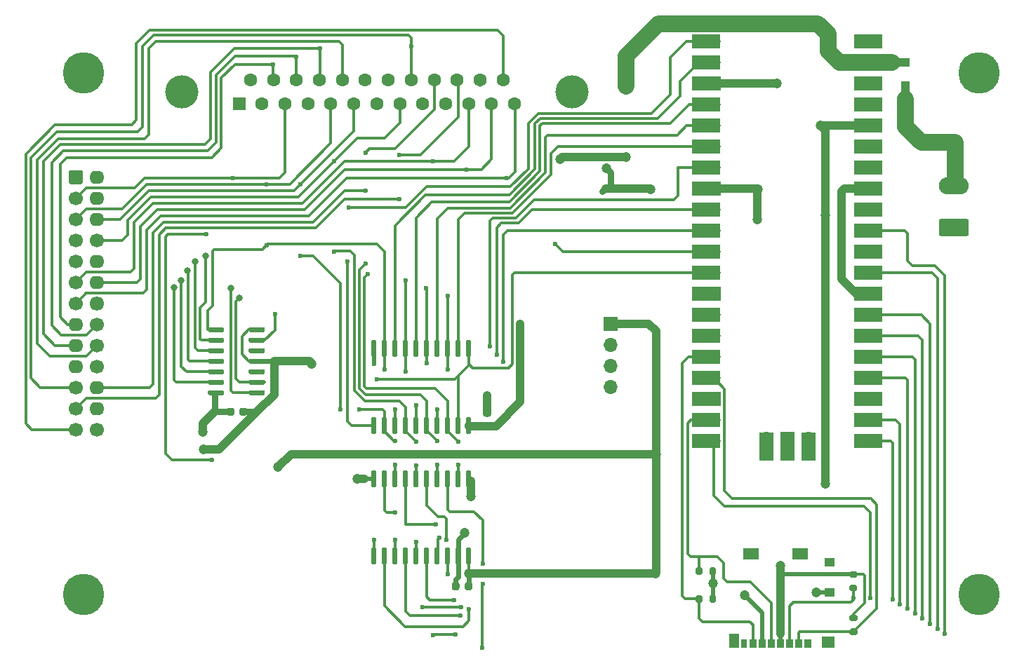
<source format=gbr>
%TF.GenerationSoftware,KiCad,Pcbnew,(5.1.10)-1*%
%TF.CreationDate,2021-08-27T13:44:28+02:00*%
%TF.ProjectId,Pico-profile,5069636f-2d70-4726-9f66-696c652e6b69,rev?*%
%TF.SameCoordinates,Original*%
%TF.FileFunction,Copper,L1,Top*%
%TF.FilePolarity,Positive*%
%FSLAX46Y46*%
G04 Gerber Fmt 4.6, Leading zero omitted, Abs format (unit mm)*
G04 Created by KiCad (PCBNEW (5.1.10)-1) date 2021-08-27 13:44:28*
%MOMM*%
%LPD*%
G01*
G04 APERTURE LIST*
%TA.AperFunction,SMDPad,CuDef*%
%ADD10R,1.100000X1.100000*%
%TD*%
%TA.AperFunction,ComponentPad*%
%ADD11O,3.600000X2.080000*%
%TD*%
%TA.AperFunction,ComponentPad*%
%ADD12C,1.700000*%
%TD*%
%TA.AperFunction,ComponentPad*%
%ADD13O,1.800000X1.600000*%
%TD*%
%TA.AperFunction,ComponentPad*%
%ADD14O,1.800000X1.650000*%
%TD*%
%TA.AperFunction,ComponentPad*%
%ADD15C,4.000000*%
%TD*%
%TA.AperFunction,ComponentPad*%
%ADD16C,1.600000*%
%TD*%
%TA.AperFunction,ComponentPad*%
%ADD17R,1.600000X1.600000*%
%TD*%
%TA.AperFunction,SMDPad,CuDef*%
%ADD18R,1.900000X1.350000*%
%TD*%
%TA.AperFunction,SMDPad,CuDef*%
%ADD19R,1.200000X1.000000*%
%TD*%
%TA.AperFunction,SMDPad,CuDef*%
%ADD20R,1.550000X1.350000*%
%TD*%
%TA.AperFunction,SMDPad,CuDef*%
%ADD21R,1.170000X1.800000*%
%TD*%
%TA.AperFunction,SMDPad,CuDef*%
%ADD22R,0.850000X1.100000*%
%TD*%
%TA.AperFunction,SMDPad,CuDef*%
%ADD23R,0.750000X1.100000*%
%TD*%
%TA.AperFunction,ComponentPad*%
%ADD24O,1.700000X1.700000*%
%TD*%
%TA.AperFunction,SMDPad,CuDef*%
%ADD25R,1.700000X3.500000*%
%TD*%
%TA.AperFunction,ComponentPad*%
%ADD26R,1.700000X1.700000*%
%TD*%
%TA.AperFunction,SMDPad,CuDef*%
%ADD27R,3.500000X1.700000*%
%TD*%
%TA.AperFunction,ViaPad*%
%ADD28C,1.200000*%
%TD*%
%TA.AperFunction,ViaPad*%
%ADD29C,0.600000*%
%TD*%
%TA.AperFunction,ViaPad*%
%ADD30C,5.000000*%
%TD*%
%TA.AperFunction,ViaPad*%
%ADD31C,0.800000*%
%TD*%
%TA.AperFunction,Conductor*%
%ADD32C,0.300000*%
%TD*%
%TA.AperFunction,Conductor*%
%ADD33C,0.500000*%
%TD*%
%TA.AperFunction,Conductor*%
%ADD34C,0.600000*%
%TD*%
%TA.AperFunction,Conductor*%
%ADD35C,1.000000*%
%TD*%
%TA.AperFunction,Conductor*%
%ADD36C,0.800000*%
%TD*%
%TA.AperFunction,Conductor*%
%ADD37C,2.000000*%
%TD*%
G04 APERTURE END LIST*
D10*
%TO.P,D1,2*%
%TO.N,Net-(D1-Pad2)*%
X206151480Y-64536320D03*
%TO.P,D1,1*%
%TO.N,+5VL*%
X206151480Y-61736320D03*
%TD*%
D11*
%TO.P,J5,2*%
%TO.N,Net-(D1-Pad2)*%
X211957920Y-76565760D03*
%TO.P,J5,1*%
%TO.N,GND*%
%TA.AperFunction,ComponentPad*%
G36*
G01*
X213507921Y-82685760D02*
X210407919Y-82685760D01*
G75*
G02*
X210157920Y-82435761I0J249999D01*
G01*
X210157920Y-80855759D01*
G75*
G02*
X210407919Y-80605760I249999J0D01*
G01*
X213507921Y-80605760D01*
G75*
G02*
X213757920Y-80855759I0J-249999D01*
G01*
X213757920Y-82435761D01*
G75*
G02*
X213507921Y-82685760I-249999J0D01*
G01*
G37*
%TD.AperFunction*%
%TD*%
D12*
%TO.P,J1,26*%
%TO.N,GND*%
X108585000Y-106045000D03*
D13*
%TO.P,J1,24*%
X108585000Y-103505000D03*
%TO.P,J1,22*%
%TO.N,/D3*%
X108585000Y-100965000D03*
D12*
%TO.P,J1,20*%
%TO.N,GND*%
X108585000Y-98425000D03*
%TO.P,J1,18*%
%TO.N,/~PPARITY*%
X108585000Y-95885000D03*
%TO.P,J1,16*%
%TO.N,/~PBSY*%
X108585000Y-93345000D03*
D14*
%TO.P,J1,14*%
%TO.N,GND*%
X108585000Y-90805000D03*
D13*
%TO.P,J1,12*%
%TO.N,/D6*%
X108585000Y-88265000D03*
%TO.P,J1,10*%
%TO.N,GND*%
X108585000Y-85725000D03*
D12*
%TO.P,J1,8*%
%TO.N,/D2*%
X108585000Y-83185000D03*
D13*
%TO.P,J1,6*%
%TO.N,/D1*%
X108585000Y-80645000D03*
%TO.P,J1,4*%
%TO.N,GND*%
X108585000Y-78105000D03*
%TO.P,J1,2*%
X108585000Y-75565000D03*
D12*
%TO.P,J1,25*%
%TO.N,/PCHK*%
X106045000Y-106045000D03*
%TO.P,J1,23*%
%TO.N,/D4*%
X106045000Y-103505000D03*
%TO.P,J1,21*%
%TO.N,/~PRES*%
X106045000Y-100965000D03*
D13*
%TO.P,J1,19*%
%TO.N,GND*%
X106045000Y-98425000D03*
%TO.P,J1,17*%
%TO.N,/~PCMD*%
X106045000Y-95885000D03*
%TO.P,J1,15*%
%TO.N,/~PSTRB*%
X106045000Y-93345000D03*
D12*
%TO.P,J1,13*%
%TO.N,/D7*%
X106045000Y-90805000D03*
%TO.P,J1,11*%
%TO.N,/D5*%
X106045000Y-88265000D03*
%TO.P,J1,9*%
%TO.N,GND*%
X106045000Y-85725000D03*
%TO.P,J1,7*%
%TO.N,N/C*%
X106045000Y-83185000D03*
%TO.P,J1,5*%
%TO.N,/D0*%
X106045000Y-80645000D03*
%TO.P,J1,3*%
%TO.N,/PR~W*%
X106045000Y-78105000D03*
%TO.P,J1,1*%
%TO.N,N/C*%
%TA.AperFunction,ComponentPad*%
G36*
G01*
X105195000Y-76165000D02*
X105195000Y-74965000D01*
G75*
G02*
X105445000Y-74715000I250000J0D01*
G01*
X106645000Y-74715000D01*
G75*
G02*
X106895000Y-74965000I0J-250000D01*
G01*
X106895000Y-76165000D01*
G75*
G02*
X106645000Y-76415000I-250000J0D01*
G01*
X105445000Y-76415000D01*
G75*
G02*
X105195000Y-76165000I0J250000D01*
G01*
G37*
%TD.AperFunction*%
%TD*%
D15*
%TO.P,J2,0*%
%TO.N,N/C*%
X118800000Y-65255000D03*
X165900000Y-65255000D03*
D16*
%TO.P,J2,25*%
%TO.N,/PCHK*%
X157585000Y-63835000D03*
%TO.P,J2,24*%
%TO.N,GND*%
X154815000Y-63835000D03*
%TO.P,J2,23*%
%TO.N,/D4*%
X152045000Y-63835000D03*
%TO.P,J2,22*%
%TO.N,/D3*%
X149275000Y-63835000D03*
%TO.P,J2,21*%
%TO.N,/~PRES*%
X146505000Y-63835000D03*
%TO.P,J2,20*%
%TO.N,GND*%
X143735000Y-63835000D03*
%TO.P,J2,19*%
X140965000Y-63835000D03*
%TO.P,J2,18*%
%TO.N,/~PPARITY*%
X138195000Y-63835000D03*
%TO.P,J2,17*%
%TO.N,/~PCMD*%
X135425000Y-63835000D03*
%TO.P,J2,16*%
%TO.N,/~PBSY*%
X132655000Y-63835000D03*
%TO.P,J2,15*%
%TO.N,/~PSTRB*%
X129885000Y-63835000D03*
%TO.P,J2,14*%
%TO.N,GND*%
X127115000Y-63835000D03*
%TO.P,J2,13*%
%TO.N,/D7*%
X158970000Y-66675000D03*
%TO.P,J2,12*%
%TO.N,/D6*%
X156200000Y-66675000D03*
%TO.P,J2,11*%
%TO.N,/D5*%
X153430000Y-66675000D03*
%TO.P,J2,10*%
%TO.N,GND*%
X150660000Y-66675000D03*
%TO.P,J2,9*%
X147890000Y-66675000D03*
%TO.P,J2,8*%
%TO.N,/D2*%
X145120000Y-66675000D03*
%TO.P,J2,7*%
%TO.N,N/C*%
X142350000Y-66675000D03*
%TO.P,J2,6*%
%TO.N,/D1*%
X139580000Y-66675000D03*
%TO.P,J2,5*%
%TO.N,/D0*%
X136810000Y-66675000D03*
%TO.P,J2,4*%
%TO.N,GND*%
X134040000Y-66675000D03*
%TO.P,J2,3*%
%TO.N,/PR~W*%
X131270000Y-66675000D03*
%TO.P,J2,2*%
%TO.N,GND*%
X128500000Y-66675000D03*
D17*
%TO.P,J2,1*%
%TO.N,N/C*%
X125730000Y-66675000D03*
%TD*%
%TO.P,U3,20*%
%TO.N,+3V3*%
%TA.AperFunction,SMDPad,CuDef*%
G36*
G01*
X153266000Y-120289000D02*
X153566000Y-120289000D01*
G75*
G02*
X153716000Y-120439000I0J-150000D01*
G01*
X153716000Y-122189000D01*
G75*
G02*
X153566000Y-122339000I-150000J0D01*
G01*
X153266000Y-122339000D01*
G75*
G02*
X153116000Y-122189000I0J150000D01*
G01*
X153116000Y-120439000D01*
G75*
G02*
X153266000Y-120289000I150000J0D01*
G01*
G37*
%TD.AperFunction*%
%TO.P,U3,19*%
%TO.N,GND*%
%TA.AperFunction,SMDPad,CuDef*%
G36*
G01*
X151996000Y-120289000D02*
X152296000Y-120289000D01*
G75*
G02*
X152446000Y-120439000I0J-150000D01*
G01*
X152446000Y-122189000D01*
G75*
G02*
X152296000Y-122339000I-150000J0D01*
G01*
X151996000Y-122339000D01*
G75*
G02*
X151846000Y-122189000I0J150000D01*
G01*
X151846000Y-120439000D01*
G75*
G02*
X151996000Y-120289000I150000J0D01*
G01*
G37*
%TD.AperFunction*%
%TO.P,U3,18*%
%TO.N,/ID4*%
%TA.AperFunction,SMDPad,CuDef*%
G36*
G01*
X150726000Y-120289000D02*
X151026000Y-120289000D01*
G75*
G02*
X151176000Y-120439000I0J-150000D01*
G01*
X151176000Y-122189000D01*
G75*
G02*
X151026000Y-122339000I-150000J0D01*
G01*
X150726000Y-122339000D01*
G75*
G02*
X150576000Y-122189000I0J150000D01*
G01*
X150576000Y-120439000D01*
G75*
G02*
X150726000Y-120289000I150000J0D01*
G01*
G37*
%TD.AperFunction*%
%TO.P,U3,17*%
%TO.N,/PD7*%
%TA.AperFunction,SMDPad,CuDef*%
G36*
G01*
X149456000Y-120289000D02*
X149756000Y-120289000D01*
G75*
G02*
X149906000Y-120439000I0J-150000D01*
G01*
X149906000Y-122189000D01*
G75*
G02*
X149756000Y-122339000I-150000J0D01*
G01*
X149456000Y-122339000D01*
G75*
G02*
X149306000Y-122189000I0J150000D01*
G01*
X149306000Y-120439000D01*
G75*
G02*
X149456000Y-120289000I150000J0D01*
G01*
G37*
%TD.AperFunction*%
%TO.P,U3,16*%
%TO.N,/ID3*%
%TA.AperFunction,SMDPad,CuDef*%
G36*
G01*
X148186000Y-120289000D02*
X148486000Y-120289000D01*
G75*
G02*
X148636000Y-120439000I0J-150000D01*
G01*
X148636000Y-122189000D01*
G75*
G02*
X148486000Y-122339000I-150000J0D01*
G01*
X148186000Y-122339000D01*
G75*
G02*
X148036000Y-122189000I0J150000D01*
G01*
X148036000Y-120439000D01*
G75*
G02*
X148186000Y-120289000I150000J0D01*
G01*
G37*
%TD.AperFunction*%
%TO.P,U3,15*%
%TO.N,/PD6*%
%TA.AperFunction,SMDPad,CuDef*%
G36*
G01*
X146916000Y-120289000D02*
X147216000Y-120289000D01*
G75*
G02*
X147366000Y-120439000I0J-150000D01*
G01*
X147366000Y-122189000D01*
G75*
G02*
X147216000Y-122339000I-150000J0D01*
G01*
X146916000Y-122339000D01*
G75*
G02*
X146766000Y-122189000I0J150000D01*
G01*
X146766000Y-120439000D01*
G75*
G02*
X146916000Y-120289000I150000J0D01*
G01*
G37*
%TD.AperFunction*%
%TO.P,U3,14*%
%TO.N,/ID2*%
%TA.AperFunction,SMDPad,CuDef*%
G36*
G01*
X145646000Y-120289000D02*
X145946000Y-120289000D01*
G75*
G02*
X146096000Y-120439000I0J-150000D01*
G01*
X146096000Y-122189000D01*
G75*
G02*
X145946000Y-122339000I-150000J0D01*
G01*
X145646000Y-122339000D01*
G75*
G02*
X145496000Y-122189000I0J150000D01*
G01*
X145496000Y-120439000D01*
G75*
G02*
X145646000Y-120289000I150000J0D01*
G01*
G37*
%TD.AperFunction*%
%TO.P,U3,13*%
%TO.N,/PD5*%
%TA.AperFunction,SMDPad,CuDef*%
G36*
G01*
X144376000Y-120289000D02*
X144676000Y-120289000D01*
G75*
G02*
X144826000Y-120439000I0J-150000D01*
G01*
X144826000Y-122189000D01*
G75*
G02*
X144676000Y-122339000I-150000J0D01*
G01*
X144376000Y-122339000D01*
G75*
G02*
X144226000Y-122189000I0J150000D01*
G01*
X144226000Y-120439000D01*
G75*
G02*
X144376000Y-120289000I150000J0D01*
G01*
G37*
%TD.AperFunction*%
%TO.P,U3,12*%
%TO.N,/ID1*%
%TA.AperFunction,SMDPad,CuDef*%
G36*
G01*
X143106000Y-120289000D02*
X143406000Y-120289000D01*
G75*
G02*
X143556000Y-120439000I0J-150000D01*
G01*
X143556000Y-122189000D01*
G75*
G02*
X143406000Y-122339000I-150000J0D01*
G01*
X143106000Y-122339000D01*
G75*
G02*
X142956000Y-122189000I0J150000D01*
G01*
X142956000Y-120439000D01*
G75*
G02*
X143106000Y-120289000I150000J0D01*
G01*
G37*
%TD.AperFunction*%
%TO.P,U3,11*%
%TO.N,/PD0*%
%TA.AperFunction,SMDPad,CuDef*%
G36*
G01*
X141836000Y-120289000D02*
X142136000Y-120289000D01*
G75*
G02*
X142286000Y-120439000I0J-150000D01*
G01*
X142286000Y-122189000D01*
G75*
G02*
X142136000Y-122339000I-150000J0D01*
G01*
X141836000Y-122339000D01*
G75*
G02*
X141686000Y-122189000I0J150000D01*
G01*
X141686000Y-120439000D01*
G75*
G02*
X141836000Y-120289000I150000J0D01*
G01*
G37*
%TD.AperFunction*%
%TO.P,U3,10*%
%TO.N,GND*%
%TA.AperFunction,SMDPad,CuDef*%
G36*
G01*
X141836000Y-110989000D02*
X142136000Y-110989000D01*
G75*
G02*
X142286000Y-111139000I0J-150000D01*
G01*
X142286000Y-112889000D01*
G75*
G02*
X142136000Y-113039000I-150000J0D01*
G01*
X141836000Y-113039000D01*
G75*
G02*
X141686000Y-112889000I0J150000D01*
G01*
X141686000Y-111139000D01*
G75*
G02*
X141836000Y-110989000I150000J0D01*
G01*
G37*
%TD.AperFunction*%
%TO.P,U3,9*%
%TO.N,/ID0*%
%TA.AperFunction,SMDPad,CuDef*%
G36*
G01*
X143106000Y-110989000D02*
X143406000Y-110989000D01*
G75*
G02*
X143556000Y-111139000I0J-150000D01*
G01*
X143556000Y-112889000D01*
G75*
G02*
X143406000Y-113039000I-150000J0D01*
G01*
X143106000Y-113039000D01*
G75*
G02*
X142956000Y-112889000I0J150000D01*
G01*
X142956000Y-111139000D01*
G75*
G02*
X143106000Y-110989000I150000J0D01*
G01*
G37*
%TD.AperFunction*%
%TO.P,U3,8*%
%TO.N,/PD1*%
%TA.AperFunction,SMDPad,CuDef*%
G36*
G01*
X144376000Y-110989000D02*
X144676000Y-110989000D01*
G75*
G02*
X144826000Y-111139000I0J-150000D01*
G01*
X144826000Y-112889000D01*
G75*
G02*
X144676000Y-113039000I-150000J0D01*
G01*
X144376000Y-113039000D01*
G75*
G02*
X144226000Y-112889000I0J150000D01*
G01*
X144226000Y-111139000D01*
G75*
G02*
X144376000Y-110989000I150000J0D01*
G01*
G37*
%TD.AperFunction*%
%TO.P,U3,7*%
%TO.N,/ID5*%
%TA.AperFunction,SMDPad,CuDef*%
G36*
G01*
X145646000Y-110989000D02*
X145946000Y-110989000D01*
G75*
G02*
X146096000Y-111139000I0J-150000D01*
G01*
X146096000Y-112889000D01*
G75*
G02*
X145946000Y-113039000I-150000J0D01*
G01*
X145646000Y-113039000D01*
G75*
G02*
X145496000Y-112889000I0J150000D01*
G01*
X145496000Y-111139000D01*
G75*
G02*
X145646000Y-110989000I150000J0D01*
G01*
G37*
%TD.AperFunction*%
%TO.P,U3,6*%
%TO.N,/PD2*%
%TA.AperFunction,SMDPad,CuDef*%
G36*
G01*
X146916000Y-110989000D02*
X147216000Y-110989000D01*
G75*
G02*
X147366000Y-111139000I0J-150000D01*
G01*
X147366000Y-112889000D01*
G75*
G02*
X147216000Y-113039000I-150000J0D01*
G01*
X146916000Y-113039000D01*
G75*
G02*
X146766000Y-112889000I0J150000D01*
G01*
X146766000Y-111139000D01*
G75*
G02*
X146916000Y-110989000I150000J0D01*
G01*
G37*
%TD.AperFunction*%
%TO.P,U3,5*%
%TO.N,/ID6*%
%TA.AperFunction,SMDPad,CuDef*%
G36*
G01*
X148186000Y-110989000D02*
X148486000Y-110989000D01*
G75*
G02*
X148636000Y-111139000I0J-150000D01*
G01*
X148636000Y-112889000D01*
G75*
G02*
X148486000Y-113039000I-150000J0D01*
G01*
X148186000Y-113039000D01*
G75*
G02*
X148036000Y-112889000I0J150000D01*
G01*
X148036000Y-111139000D01*
G75*
G02*
X148186000Y-110989000I150000J0D01*
G01*
G37*
%TD.AperFunction*%
%TO.P,U3,4*%
%TO.N,/PD3*%
%TA.AperFunction,SMDPad,CuDef*%
G36*
G01*
X149456000Y-110989000D02*
X149756000Y-110989000D01*
G75*
G02*
X149906000Y-111139000I0J-150000D01*
G01*
X149906000Y-112889000D01*
G75*
G02*
X149756000Y-113039000I-150000J0D01*
G01*
X149456000Y-113039000D01*
G75*
G02*
X149306000Y-112889000I0J150000D01*
G01*
X149306000Y-111139000D01*
G75*
G02*
X149456000Y-110989000I150000J0D01*
G01*
G37*
%TD.AperFunction*%
%TO.P,U3,3*%
%TO.N,/ID7*%
%TA.AperFunction,SMDPad,CuDef*%
G36*
G01*
X150726000Y-110989000D02*
X151026000Y-110989000D01*
G75*
G02*
X151176000Y-111139000I0J-150000D01*
G01*
X151176000Y-112889000D01*
G75*
G02*
X151026000Y-113039000I-150000J0D01*
G01*
X150726000Y-113039000D01*
G75*
G02*
X150576000Y-112889000I0J150000D01*
G01*
X150576000Y-111139000D01*
G75*
G02*
X150726000Y-110989000I150000J0D01*
G01*
G37*
%TD.AperFunction*%
%TO.P,U3,2*%
%TO.N,/PD4*%
%TA.AperFunction,SMDPad,CuDef*%
G36*
G01*
X151996000Y-110989000D02*
X152296000Y-110989000D01*
G75*
G02*
X152446000Y-111139000I0J-150000D01*
G01*
X152446000Y-112889000D01*
G75*
G02*
X152296000Y-113039000I-150000J0D01*
G01*
X151996000Y-113039000D01*
G75*
G02*
X151846000Y-112889000I0J150000D01*
G01*
X151846000Y-111139000D01*
G75*
G02*
X151996000Y-110989000I150000J0D01*
G01*
G37*
%TD.AperFunction*%
%TO.P,U3,1*%
%TO.N,GND*%
%TA.AperFunction,SMDPad,CuDef*%
G36*
G01*
X153266000Y-110989000D02*
X153566000Y-110989000D01*
G75*
G02*
X153716000Y-111139000I0J-150000D01*
G01*
X153716000Y-112889000D01*
G75*
G02*
X153566000Y-113039000I-150000J0D01*
G01*
X153266000Y-113039000D01*
G75*
G02*
X153116000Y-112889000I0J150000D01*
G01*
X153116000Y-111139000D01*
G75*
G02*
X153266000Y-110989000I150000J0D01*
G01*
G37*
%TD.AperFunction*%
%TD*%
%TO.P,U2,20*%
%TO.N,+5VL*%
%TA.AperFunction,SMDPad,CuDef*%
G36*
G01*
X153266000Y-104541000D02*
X153566000Y-104541000D01*
G75*
G02*
X153716000Y-104691000I0J-150000D01*
G01*
X153716000Y-106441000D01*
G75*
G02*
X153566000Y-106591000I-150000J0D01*
G01*
X153266000Y-106591000D01*
G75*
G02*
X153116000Y-106441000I0J150000D01*
G01*
X153116000Y-104691000D01*
G75*
G02*
X153266000Y-104541000I150000J0D01*
G01*
G37*
%TD.AperFunction*%
%TO.P,U2,19*%
%TO.N,/~R~W*%
%TA.AperFunction,SMDPad,CuDef*%
G36*
G01*
X151996000Y-104541000D02*
X152296000Y-104541000D01*
G75*
G02*
X152446000Y-104691000I0J-150000D01*
G01*
X152446000Y-106441000D01*
G75*
G02*
X152296000Y-106591000I-150000J0D01*
G01*
X151996000Y-106591000D01*
G75*
G02*
X151846000Y-106441000I0J150000D01*
G01*
X151846000Y-104691000D01*
G75*
G02*
X151996000Y-104541000I150000J0D01*
G01*
G37*
%TD.AperFunction*%
%TO.P,U2,18*%
%TO.N,/PD4*%
%TA.AperFunction,SMDPad,CuDef*%
G36*
G01*
X150726000Y-104541000D02*
X151026000Y-104541000D01*
G75*
G02*
X151176000Y-104691000I0J-150000D01*
G01*
X151176000Y-106441000D01*
G75*
G02*
X151026000Y-106591000I-150000J0D01*
G01*
X150726000Y-106591000D01*
G75*
G02*
X150576000Y-106441000I0J150000D01*
G01*
X150576000Y-104691000D01*
G75*
G02*
X150726000Y-104541000I150000J0D01*
G01*
G37*
%TD.AperFunction*%
%TO.P,U2,17*%
%TO.N,/OD7*%
%TA.AperFunction,SMDPad,CuDef*%
G36*
G01*
X149456000Y-104541000D02*
X149756000Y-104541000D01*
G75*
G02*
X149906000Y-104691000I0J-150000D01*
G01*
X149906000Y-106441000D01*
G75*
G02*
X149756000Y-106591000I-150000J0D01*
G01*
X149456000Y-106591000D01*
G75*
G02*
X149306000Y-106441000I0J150000D01*
G01*
X149306000Y-104691000D01*
G75*
G02*
X149456000Y-104541000I150000J0D01*
G01*
G37*
%TD.AperFunction*%
%TO.P,U2,16*%
%TO.N,/PD3*%
%TA.AperFunction,SMDPad,CuDef*%
G36*
G01*
X148186000Y-104541000D02*
X148486000Y-104541000D01*
G75*
G02*
X148636000Y-104691000I0J-150000D01*
G01*
X148636000Y-106441000D01*
G75*
G02*
X148486000Y-106591000I-150000J0D01*
G01*
X148186000Y-106591000D01*
G75*
G02*
X148036000Y-106441000I0J150000D01*
G01*
X148036000Y-104691000D01*
G75*
G02*
X148186000Y-104541000I150000J0D01*
G01*
G37*
%TD.AperFunction*%
%TO.P,U2,15*%
%TO.N,/OD6*%
%TA.AperFunction,SMDPad,CuDef*%
G36*
G01*
X146916000Y-104541000D02*
X147216000Y-104541000D01*
G75*
G02*
X147366000Y-104691000I0J-150000D01*
G01*
X147366000Y-106441000D01*
G75*
G02*
X147216000Y-106591000I-150000J0D01*
G01*
X146916000Y-106591000D01*
G75*
G02*
X146766000Y-106441000I0J150000D01*
G01*
X146766000Y-104691000D01*
G75*
G02*
X146916000Y-104541000I150000J0D01*
G01*
G37*
%TD.AperFunction*%
%TO.P,U2,14*%
%TO.N,/PD2*%
%TA.AperFunction,SMDPad,CuDef*%
G36*
G01*
X145646000Y-104541000D02*
X145946000Y-104541000D01*
G75*
G02*
X146096000Y-104691000I0J-150000D01*
G01*
X146096000Y-106441000D01*
G75*
G02*
X145946000Y-106591000I-150000J0D01*
G01*
X145646000Y-106591000D01*
G75*
G02*
X145496000Y-106441000I0J150000D01*
G01*
X145496000Y-104691000D01*
G75*
G02*
X145646000Y-104541000I150000J0D01*
G01*
G37*
%TD.AperFunction*%
%TO.P,U2,13*%
%TO.N,/OD5*%
%TA.AperFunction,SMDPad,CuDef*%
G36*
G01*
X144376000Y-104541000D02*
X144676000Y-104541000D01*
G75*
G02*
X144826000Y-104691000I0J-150000D01*
G01*
X144826000Y-106441000D01*
G75*
G02*
X144676000Y-106591000I-150000J0D01*
G01*
X144376000Y-106591000D01*
G75*
G02*
X144226000Y-106441000I0J150000D01*
G01*
X144226000Y-104691000D01*
G75*
G02*
X144376000Y-104541000I150000J0D01*
G01*
G37*
%TD.AperFunction*%
%TO.P,U2,12*%
%TO.N,/PD1*%
%TA.AperFunction,SMDPad,CuDef*%
G36*
G01*
X143106000Y-104541000D02*
X143406000Y-104541000D01*
G75*
G02*
X143556000Y-104691000I0J-150000D01*
G01*
X143556000Y-106441000D01*
G75*
G02*
X143406000Y-106591000I-150000J0D01*
G01*
X143106000Y-106591000D01*
G75*
G02*
X142956000Y-106441000I0J150000D01*
G01*
X142956000Y-104691000D01*
G75*
G02*
X143106000Y-104541000I150000J0D01*
G01*
G37*
%TD.AperFunction*%
%TO.P,U2,11*%
%TO.N,/OD0*%
%TA.AperFunction,SMDPad,CuDef*%
G36*
G01*
X141836000Y-104541000D02*
X142136000Y-104541000D01*
G75*
G02*
X142286000Y-104691000I0J-150000D01*
G01*
X142286000Y-106441000D01*
G75*
G02*
X142136000Y-106591000I-150000J0D01*
G01*
X141836000Y-106591000D01*
G75*
G02*
X141686000Y-106441000I0J150000D01*
G01*
X141686000Y-104691000D01*
G75*
G02*
X141836000Y-104541000I150000J0D01*
G01*
G37*
%TD.AperFunction*%
%TO.P,U2,10*%
%TO.N,GND*%
%TA.AperFunction,SMDPad,CuDef*%
G36*
G01*
X141836000Y-95241000D02*
X142136000Y-95241000D01*
G75*
G02*
X142286000Y-95391000I0J-150000D01*
G01*
X142286000Y-97141000D01*
G75*
G02*
X142136000Y-97291000I-150000J0D01*
G01*
X141836000Y-97291000D01*
G75*
G02*
X141686000Y-97141000I0J150000D01*
G01*
X141686000Y-95391000D01*
G75*
G02*
X141836000Y-95241000I150000J0D01*
G01*
G37*
%TD.AperFunction*%
%TO.P,U2,9*%
%TO.N,/PD0*%
%TA.AperFunction,SMDPad,CuDef*%
G36*
G01*
X143106000Y-95241000D02*
X143406000Y-95241000D01*
G75*
G02*
X143556000Y-95391000I0J-150000D01*
G01*
X143556000Y-97141000D01*
G75*
G02*
X143406000Y-97291000I-150000J0D01*
G01*
X143106000Y-97291000D01*
G75*
G02*
X142956000Y-97141000I0J150000D01*
G01*
X142956000Y-95391000D01*
G75*
G02*
X143106000Y-95241000I150000J0D01*
G01*
G37*
%TD.AperFunction*%
%TO.P,U2,8*%
%TO.N,/OD1*%
%TA.AperFunction,SMDPad,CuDef*%
G36*
G01*
X144376000Y-95241000D02*
X144676000Y-95241000D01*
G75*
G02*
X144826000Y-95391000I0J-150000D01*
G01*
X144826000Y-97141000D01*
G75*
G02*
X144676000Y-97291000I-150000J0D01*
G01*
X144376000Y-97291000D01*
G75*
G02*
X144226000Y-97141000I0J150000D01*
G01*
X144226000Y-95391000D01*
G75*
G02*
X144376000Y-95241000I150000J0D01*
G01*
G37*
%TD.AperFunction*%
%TO.P,U2,7*%
%TO.N,/PD5*%
%TA.AperFunction,SMDPad,CuDef*%
G36*
G01*
X145646000Y-95241000D02*
X145946000Y-95241000D01*
G75*
G02*
X146096000Y-95391000I0J-150000D01*
G01*
X146096000Y-97141000D01*
G75*
G02*
X145946000Y-97291000I-150000J0D01*
G01*
X145646000Y-97291000D01*
G75*
G02*
X145496000Y-97141000I0J150000D01*
G01*
X145496000Y-95391000D01*
G75*
G02*
X145646000Y-95241000I150000J0D01*
G01*
G37*
%TD.AperFunction*%
%TO.P,U2,6*%
%TO.N,/OD2*%
%TA.AperFunction,SMDPad,CuDef*%
G36*
G01*
X146916000Y-95241000D02*
X147216000Y-95241000D01*
G75*
G02*
X147366000Y-95391000I0J-150000D01*
G01*
X147366000Y-97141000D01*
G75*
G02*
X147216000Y-97291000I-150000J0D01*
G01*
X146916000Y-97291000D01*
G75*
G02*
X146766000Y-97141000I0J150000D01*
G01*
X146766000Y-95391000D01*
G75*
G02*
X146916000Y-95241000I150000J0D01*
G01*
G37*
%TD.AperFunction*%
%TO.P,U2,5*%
%TO.N,/PD6*%
%TA.AperFunction,SMDPad,CuDef*%
G36*
G01*
X148186000Y-95241000D02*
X148486000Y-95241000D01*
G75*
G02*
X148636000Y-95391000I0J-150000D01*
G01*
X148636000Y-97141000D01*
G75*
G02*
X148486000Y-97291000I-150000J0D01*
G01*
X148186000Y-97291000D01*
G75*
G02*
X148036000Y-97141000I0J150000D01*
G01*
X148036000Y-95391000D01*
G75*
G02*
X148186000Y-95241000I150000J0D01*
G01*
G37*
%TD.AperFunction*%
%TO.P,U2,4*%
%TO.N,/OD3*%
%TA.AperFunction,SMDPad,CuDef*%
G36*
G01*
X149456000Y-95241000D02*
X149756000Y-95241000D01*
G75*
G02*
X149906000Y-95391000I0J-150000D01*
G01*
X149906000Y-97141000D01*
G75*
G02*
X149756000Y-97291000I-150000J0D01*
G01*
X149456000Y-97291000D01*
G75*
G02*
X149306000Y-97141000I0J150000D01*
G01*
X149306000Y-95391000D01*
G75*
G02*
X149456000Y-95241000I150000J0D01*
G01*
G37*
%TD.AperFunction*%
%TO.P,U2,3*%
%TO.N,/PD7*%
%TA.AperFunction,SMDPad,CuDef*%
G36*
G01*
X150726000Y-95241000D02*
X151026000Y-95241000D01*
G75*
G02*
X151176000Y-95391000I0J-150000D01*
G01*
X151176000Y-97141000D01*
G75*
G02*
X151026000Y-97291000I-150000J0D01*
G01*
X150726000Y-97291000D01*
G75*
G02*
X150576000Y-97141000I0J150000D01*
G01*
X150576000Y-95391000D01*
G75*
G02*
X150726000Y-95241000I150000J0D01*
G01*
G37*
%TD.AperFunction*%
%TO.P,U2,2*%
%TO.N,/OD4*%
%TA.AperFunction,SMDPad,CuDef*%
G36*
G01*
X151996000Y-95241000D02*
X152296000Y-95241000D01*
G75*
G02*
X152446000Y-95391000I0J-150000D01*
G01*
X152446000Y-97141000D01*
G75*
G02*
X152296000Y-97291000I-150000J0D01*
G01*
X151996000Y-97291000D01*
G75*
G02*
X151846000Y-97141000I0J150000D01*
G01*
X151846000Y-95391000D01*
G75*
G02*
X151996000Y-95241000I150000J0D01*
G01*
G37*
%TD.AperFunction*%
%TO.P,U2,1*%
%TO.N,/~R~W*%
%TA.AperFunction,SMDPad,CuDef*%
G36*
G01*
X153266000Y-95241000D02*
X153566000Y-95241000D01*
G75*
G02*
X153716000Y-95391000I0J-150000D01*
G01*
X153716000Y-97141000D01*
G75*
G02*
X153566000Y-97291000I-150000J0D01*
G01*
X153266000Y-97291000D01*
G75*
G02*
X153116000Y-97141000I0J150000D01*
G01*
X153116000Y-95391000D01*
G75*
G02*
X153266000Y-95241000I150000J0D01*
G01*
G37*
%TD.AperFunction*%
%TD*%
D18*
%TO.P,J3,11*%
%TO.N,N/C*%
X187476400Y-121056400D03*
X193446400Y-121056400D03*
D19*
%TO.P,J3,9*%
%TO.N,GND*%
X196946400Y-125731400D03*
%TO.P,J3,10*%
%TO.N,N/C*%
X196946400Y-122031400D03*
D20*
%TO.P,J3,11*%
X196771400Y-131756400D03*
D21*
X185451400Y-131531400D03*
D22*
%TO.P,J3,7*%
%TO.N,/SD_MISO*%
X187711400Y-131881400D03*
%TO.P,J3,6*%
%TO.N,GND*%
X188811400Y-131881400D03*
%TO.P,J3,5*%
%TO.N,/SD_SCK*%
X189911400Y-131881400D03*
%TO.P,J3,4*%
%TO.N,+3V3*%
X191011400Y-131881400D03*
%TO.P,J3,3*%
%TO.N,/SD_MOSI*%
X192111400Y-131881400D03*
%TO.P,J3,2*%
%TO.N,/SD_CS*%
X193211400Y-131881400D03*
D23*
%TO.P,J3,8*%
%TO.N,N/C*%
X186661400Y-131881400D03*
D22*
%TO.P,J3,1*%
X194311400Y-131881400D03*
%TD*%
D24*
%TO.P,U7,43*%
%TO.N,Net-(U7-Pad43)*%
X194411600Y-107212000D03*
D25*
X194411600Y-108112000D03*
D26*
%TO.P,U7,42*%
%TO.N,Net-(U7-Pad42)*%
X191871600Y-107212000D03*
D25*
X191871600Y-108112000D03*
D24*
%TO.P,U7,41*%
%TO.N,Net-(U7-Pad41)*%
X189331600Y-107212000D03*
D25*
X189331600Y-108112000D03*
D27*
%TO.P,U7,21*%
%TO.N,/ID0*%
X201661600Y-107442000D03*
%TO.P,U7,22*%
%TO.N,/ID1*%
X201661600Y-104902000D03*
%TO.P,U7,23*%
%TO.N,GND*%
X201661600Y-102362000D03*
%TO.P,U7,24*%
%TO.N,/ID2*%
X201661600Y-99822000D03*
%TO.P,U7,25*%
%TO.N,/ID3*%
X201661600Y-97282000D03*
%TO.P,U7,26*%
%TO.N,/ID4*%
X201661600Y-94742000D03*
%TO.P,U7,27*%
%TO.N,/ID5*%
X201661600Y-92202000D03*
%TO.P,U7,28*%
%TO.N,GND*%
X201661600Y-89662000D03*
%TO.P,U7,29*%
%TO.N,/ID6*%
X201661600Y-87122000D03*
%TO.P,U7,30*%
%TO.N,/RUN*%
X201661600Y-84582000D03*
%TO.P,U7,31*%
%TO.N,/ID7*%
X201661600Y-82042000D03*
%TO.P,U7,32*%
%TO.N,/CMD*%
X201661600Y-79502000D03*
%TO.P,U7,33*%
%TO.N,GND*%
X201661600Y-76962000D03*
%TO.P,U7,34*%
%TO.N,/STRB*%
X201661600Y-74422000D03*
%TO.P,U7,35*%
%TO.N,Net-(U7-Pad35)*%
X201661600Y-71882000D03*
%TO.P,U7,36*%
%TO.N,+3V3*%
X201661600Y-69342000D03*
%TO.P,U7,37*%
%TO.N,Net-(U7-Pad37)*%
X201661600Y-66802000D03*
%TO.P,U7,38*%
%TO.N,GND*%
X201661600Y-64262000D03*
%TO.P,U7,39*%
%TO.N,+5VL*%
X201661600Y-61722000D03*
%TO.P,U7,40*%
%TO.N,Net-(U7-Pad40)*%
X201661600Y-59182000D03*
%TO.P,U7,20*%
%TO.N,/SD_MOSI*%
X182081600Y-107442000D03*
%TO.P,U7,19*%
%TO.N,/SD_SCK*%
X182081600Y-104902000D03*
%TO.P,U7,18*%
%TO.N,GND*%
X182081600Y-102362000D03*
%TO.P,U7,17*%
%TO.N,/SD_CS*%
X182081600Y-99822000D03*
%TO.P,U7,16*%
%TO.N,/SD_MISO*%
X182081600Y-97282000D03*
%TO.P,U7,15*%
%TO.N,/SCL*%
X182081600Y-94742000D03*
%TO.P,U7,14*%
%TO.N,/SDA*%
X182081600Y-92202000D03*
%TO.P,U7,13*%
%TO.N,GND*%
X182081600Y-89662000D03*
%TO.P,U7,12*%
%TO.N,/~R~W*%
X182081600Y-87122000D03*
%TO.P,U7,11*%
%TO.N,/BSY*%
X182081600Y-84582000D03*
%TO.P,U7,10*%
%TO.N,/OD7*%
X182081600Y-82042000D03*
%TO.P,U7,9*%
%TO.N,/OD6*%
X182081600Y-79502000D03*
%TO.P,U7,8*%
%TO.N,GND*%
X182081600Y-76962000D03*
%TO.P,U7,7*%
%TO.N,/OD5*%
X182081600Y-74422000D03*
%TO.P,U7,6*%
%TO.N,/OD4*%
X182081600Y-71882000D03*
%TO.P,U7,5*%
%TO.N,/OD3*%
X182081600Y-69342000D03*
%TO.P,U7,4*%
%TO.N,/OD2*%
X182081600Y-66802000D03*
%TO.P,U7,3*%
%TO.N,GND*%
X182081600Y-64262000D03*
%TO.P,U7,2*%
%TO.N,/OD1*%
X182081600Y-61722000D03*
%TO.P,U7,1*%
%TO.N,/OD0*%
X182081600Y-59182000D03*
D24*
%TO.P,U7,40*%
%TO.N,Net-(U7-Pad40)*%
X200761600Y-59182000D03*
%TO.P,U7,39*%
%TO.N,+5VL*%
X200761600Y-61722000D03*
D26*
%TO.P,U7,38*%
%TO.N,GND*%
X200761600Y-64262000D03*
D24*
%TO.P,U7,37*%
%TO.N,Net-(U7-Pad37)*%
X200761600Y-66802000D03*
%TO.P,U7,36*%
%TO.N,+3V3*%
X200761600Y-69342000D03*
%TO.P,U7,35*%
%TO.N,Net-(U7-Pad35)*%
X200761600Y-71882000D03*
%TO.P,U7,34*%
%TO.N,/STRB*%
X200761600Y-74422000D03*
D26*
%TO.P,U7,33*%
%TO.N,GND*%
X200761600Y-76962000D03*
D24*
%TO.P,U7,32*%
%TO.N,/CMD*%
X200761600Y-79502000D03*
%TO.P,U7,31*%
%TO.N,/ID7*%
X200761600Y-82042000D03*
%TO.P,U7,30*%
%TO.N,/RUN*%
X200761600Y-84582000D03*
%TO.P,U7,29*%
%TO.N,/ID6*%
X200761600Y-87122000D03*
D26*
%TO.P,U7,28*%
%TO.N,GND*%
X200761600Y-89662000D03*
D24*
%TO.P,U7,27*%
%TO.N,/ID5*%
X200761600Y-92202000D03*
%TO.P,U7,26*%
%TO.N,/ID4*%
X200761600Y-94742000D03*
%TO.P,U7,25*%
%TO.N,/ID3*%
X200761600Y-97282000D03*
%TO.P,U7,24*%
%TO.N,/ID2*%
X200761600Y-99822000D03*
D26*
%TO.P,U7,23*%
%TO.N,GND*%
X200761600Y-102362000D03*
D24*
%TO.P,U7,22*%
%TO.N,/ID1*%
X200761600Y-104902000D03*
%TO.P,U7,21*%
%TO.N,/ID0*%
X200761600Y-107442000D03*
%TO.P,U7,20*%
%TO.N,/SD_MOSI*%
X182981600Y-107442000D03*
%TO.P,U7,19*%
%TO.N,/SD_SCK*%
X182981600Y-104902000D03*
D26*
%TO.P,U7,18*%
%TO.N,GND*%
X182981600Y-102362000D03*
D24*
%TO.P,U7,17*%
%TO.N,/SD_CS*%
X182981600Y-99822000D03*
%TO.P,U7,16*%
%TO.N,/SD_MISO*%
X182981600Y-97282000D03*
%TO.P,U7,15*%
%TO.N,/SCL*%
X182981600Y-94742000D03*
%TO.P,U7,14*%
%TO.N,/SDA*%
X182981600Y-92202000D03*
D26*
%TO.P,U7,13*%
%TO.N,GND*%
X182981600Y-89662000D03*
D24*
%TO.P,U7,12*%
%TO.N,/~R~W*%
X182981600Y-87122000D03*
%TO.P,U7,11*%
%TO.N,/BSY*%
X182981600Y-84582000D03*
%TO.P,U7,10*%
%TO.N,/OD7*%
X182981600Y-82042000D03*
%TO.P,U7,9*%
%TO.N,/OD6*%
X182981600Y-79502000D03*
D26*
%TO.P,U7,8*%
%TO.N,GND*%
X182981600Y-76962000D03*
D24*
%TO.P,U7,7*%
%TO.N,/OD5*%
X182981600Y-74422000D03*
%TO.P,U7,6*%
%TO.N,/OD4*%
X182981600Y-71882000D03*
%TO.P,U7,5*%
%TO.N,/OD3*%
X182981600Y-69342000D03*
%TO.P,U7,4*%
%TO.N,/OD2*%
X182981600Y-66802000D03*
D26*
%TO.P,U7,3*%
%TO.N,GND*%
X182981600Y-64262000D03*
D24*
%TO.P,U7,2*%
%TO.N,/OD1*%
X182981600Y-61722000D03*
%TO.P,U7,1*%
%TO.N,/OD0*%
X182981600Y-59182000D03*
%TD*%
%TO.P,U1,14*%
%TO.N,+5VL*%
%TA.AperFunction,SMDPad,CuDef*%
G36*
G01*
X123911000Y-101450000D02*
X123911000Y-101750000D01*
G75*
G02*
X123761000Y-101900000I-150000J0D01*
G01*
X122111000Y-101900000D01*
G75*
G02*
X121961000Y-101750000I0J150000D01*
G01*
X121961000Y-101450000D01*
G75*
G02*
X122111000Y-101300000I150000J0D01*
G01*
X123761000Y-101300000D01*
G75*
G02*
X123911000Y-101450000I0J-150000D01*
G01*
G37*
%TD.AperFunction*%
%TO.P,U1,13*%
%TO.N,/PD5*%
%TA.AperFunction,SMDPad,CuDef*%
G36*
G01*
X123911000Y-100180000D02*
X123911000Y-100480000D01*
G75*
G02*
X123761000Y-100630000I-150000J0D01*
G01*
X122111000Y-100630000D01*
G75*
G02*
X121961000Y-100480000I0J150000D01*
G01*
X121961000Y-100180000D01*
G75*
G02*
X122111000Y-100030000I150000J0D01*
G01*
X123761000Y-100030000D01*
G75*
G02*
X123911000Y-100180000I0J-150000D01*
G01*
G37*
%TD.AperFunction*%
%TO.P,U1,12*%
%TO.N,/PD4*%
%TA.AperFunction,SMDPad,CuDef*%
G36*
G01*
X123911000Y-98910000D02*
X123911000Y-99210000D01*
G75*
G02*
X123761000Y-99360000I-150000J0D01*
G01*
X122111000Y-99360000D01*
G75*
G02*
X121961000Y-99210000I0J150000D01*
G01*
X121961000Y-98910000D01*
G75*
G02*
X122111000Y-98760000I150000J0D01*
G01*
X123761000Y-98760000D01*
G75*
G02*
X123911000Y-98910000I0J-150000D01*
G01*
G37*
%TD.AperFunction*%
%TO.P,U1,11*%
%TO.N,/PD3*%
%TA.AperFunction,SMDPad,CuDef*%
G36*
G01*
X123911000Y-97640000D02*
X123911000Y-97940000D01*
G75*
G02*
X123761000Y-98090000I-150000J0D01*
G01*
X122111000Y-98090000D01*
G75*
G02*
X121961000Y-97940000I0J150000D01*
G01*
X121961000Y-97640000D01*
G75*
G02*
X122111000Y-97490000I150000J0D01*
G01*
X123761000Y-97490000D01*
G75*
G02*
X123911000Y-97640000I0J-150000D01*
G01*
G37*
%TD.AperFunction*%
%TO.P,U1,10*%
%TO.N,/PD2*%
%TA.AperFunction,SMDPad,CuDef*%
G36*
G01*
X123911000Y-96370000D02*
X123911000Y-96670000D01*
G75*
G02*
X123761000Y-96820000I-150000J0D01*
G01*
X122111000Y-96820000D01*
G75*
G02*
X121961000Y-96670000I0J150000D01*
G01*
X121961000Y-96370000D01*
G75*
G02*
X122111000Y-96220000I150000J0D01*
G01*
X123761000Y-96220000D01*
G75*
G02*
X123911000Y-96370000I0J-150000D01*
G01*
G37*
%TD.AperFunction*%
%TO.P,U1,9*%
%TO.N,/PD1*%
%TA.AperFunction,SMDPad,CuDef*%
G36*
G01*
X123911000Y-95100000D02*
X123911000Y-95400000D01*
G75*
G02*
X123761000Y-95550000I-150000J0D01*
G01*
X122111000Y-95550000D01*
G75*
G02*
X121961000Y-95400000I0J150000D01*
G01*
X121961000Y-95100000D01*
G75*
G02*
X122111000Y-94950000I150000J0D01*
G01*
X123761000Y-94950000D01*
G75*
G02*
X123911000Y-95100000I0J-150000D01*
G01*
G37*
%TD.AperFunction*%
%TO.P,U1,8*%
%TO.N,/PD0*%
%TA.AperFunction,SMDPad,CuDef*%
G36*
G01*
X123911000Y-93830000D02*
X123911000Y-94130000D01*
G75*
G02*
X123761000Y-94280000I-150000J0D01*
G01*
X122111000Y-94280000D01*
G75*
G02*
X121961000Y-94130000I0J150000D01*
G01*
X121961000Y-93830000D01*
G75*
G02*
X122111000Y-93680000I150000J0D01*
G01*
X123761000Y-93680000D01*
G75*
G02*
X123911000Y-93830000I0J-150000D01*
G01*
G37*
%TD.AperFunction*%
%TO.P,U1,7*%
%TO.N,GND*%
%TA.AperFunction,SMDPad,CuDef*%
G36*
G01*
X128861000Y-93830000D02*
X128861000Y-94130000D01*
G75*
G02*
X128711000Y-94280000I-150000J0D01*
G01*
X127061000Y-94280000D01*
G75*
G02*
X126911000Y-94130000I0J150000D01*
G01*
X126911000Y-93830000D01*
G75*
G02*
X127061000Y-93680000I150000J0D01*
G01*
X128711000Y-93680000D01*
G75*
G02*
X128861000Y-93830000I0J-150000D01*
G01*
G37*
%TD.AperFunction*%
%TO.P,U1,6*%
%TO.N,Net-(U1-Pad6)*%
%TA.AperFunction,SMDPad,CuDef*%
G36*
G01*
X128861000Y-95100000D02*
X128861000Y-95400000D01*
G75*
G02*
X128711000Y-95550000I-150000J0D01*
G01*
X127061000Y-95550000D01*
G75*
G02*
X126911000Y-95400000I0J150000D01*
G01*
X126911000Y-95100000D01*
G75*
G02*
X127061000Y-94950000I150000J0D01*
G01*
X128711000Y-94950000D01*
G75*
G02*
X128861000Y-95100000I0J-150000D01*
G01*
G37*
%TD.AperFunction*%
%TO.P,U1,5*%
%TO.N,N/C*%
%TA.AperFunction,SMDPad,CuDef*%
G36*
G01*
X128861000Y-96370000D02*
X128861000Y-96670000D01*
G75*
G02*
X128711000Y-96820000I-150000J0D01*
G01*
X127061000Y-96820000D01*
G75*
G02*
X126911000Y-96670000I0J150000D01*
G01*
X126911000Y-96370000D01*
G75*
G02*
X127061000Y-96220000I150000J0D01*
G01*
X128711000Y-96220000D01*
G75*
G02*
X128861000Y-96370000I0J-150000D01*
G01*
G37*
%TD.AperFunction*%
%TO.P,U1,4*%
%TO.N,GND*%
%TA.AperFunction,SMDPad,CuDef*%
G36*
G01*
X128861000Y-97640000D02*
X128861000Y-97940000D01*
G75*
G02*
X128711000Y-98090000I-150000J0D01*
G01*
X127061000Y-98090000D01*
G75*
G02*
X126911000Y-97940000I0J150000D01*
G01*
X126911000Y-97640000D01*
G75*
G02*
X127061000Y-97490000I150000J0D01*
G01*
X128711000Y-97490000D01*
G75*
G02*
X128861000Y-97640000I0J-150000D01*
G01*
G37*
%TD.AperFunction*%
%TO.P,U1,3*%
%TO.N,N/C*%
%TA.AperFunction,SMDPad,CuDef*%
G36*
G01*
X128861000Y-98910000D02*
X128861000Y-99210000D01*
G75*
G02*
X128711000Y-99360000I-150000J0D01*
G01*
X127061000Y-99360000D01*
G75*
G02*
X126911000Y-99210000I0J150000D01*
G01*
X126911000Y-98910000D01*
G75*
G02*
X127061000Y-98760000I150000J0D01*
G01*
X128711000Y-98760000D01*
G75*
G02*
X128861000Y-98910000I0J-150000D01*
G01*
G37*
%TD.AperFunction*%
%TO.P,U1,2*%
%TO.N,/PD7*%
%TA.AperFunction,SMDPad,CuDef*%
G36*
G01*
X128861000Y-100180000D02*
X128861000Y-100480000D01*
G75*
G02*
X128711000Y-100630000I-150000J0D01*
G01*
X127061000Y-100630000D01*
G75*
G02*
X126911000Y-100480000I0J150000D01*
G01*
X126911000Y-100180000D01*
G75*
G02*
X127061000Y-100030000I150000J0D01*
G01*
X128711000Y-100030000D01*
G75*
G02*
X128861000Y-100180000I0J-150000D01*
G01*
G37*
%TD.AperFunction*%
%TO.P,U1,1*%
%TO.N,/PD6*%
%TA.AperFunction,SMDPad,CuDef*%
G36*
G01*
X128861000Y-101450000D02*
X128861000Y-101750000D01*
G75*
G02*
X128711000Y-101900000I-150000J0D01*
G01*
X127061000Y-101900000D01*
G75*
G02*
X126911000Y-101750000I0J150000D01*
G01*
X126911000Y-101450000D01*
G75*
G02*
X127061000Y-101300000I150000J0D01*
G01*
X128711000Y-101300000D01*
G75*
G02*
X128861000Y-101450000I0J-150000D01*
G01*
G37*
%TD.AperFunction*%
%TD*%
%TO.P,R5,2*%
%TO.N,/SD_MISO*%
%TA.AperFunction,SMDPad,CuDef*%
G36*
G01*
X181642200Y-126217000D02*
X181642200Y-126767000D01*
G75*
G02*
X181442200Y-126967000I-200000J0D01*
G01*
X181042200Y-126967000D01*
G75*
G02*
X180842200Y-126767000I0J200000D01*
G01*
X180842200Y-126217000D01*
G75*
G02*
X181042200Y-126017000I200000J0D01*
G01*
X181442200Y-126017000D01*
G75*
G02*
X181642200Y-126217000I0J-200000D01*
G01*
G37*
%TD.AperFunction*%
%TO.P,R5,1*%
%TO.N,+3V3*%
%TA.AperFunction,SMDPad,CuDef*%
G36*
G01*
X183292200Y-126217000D02*
X183292200Y-126767000D01*
G75*
G02*
X183092200Y-126967000I-200000J0D01*
G01*
X182692200Y-126967000D01*
G75*
G02*
X182492200Y-126767000I0J200000D01*
G01*
X182492200Y-126217000D01*
G75*
G02*
X182692200Y-126017000I200000J0D01*
G01*
X183092200Y-126017000D01*
G75*
G02*
X183292200Y-126217000I0J-200000D01*
G01*
G37*
%TD.AperFunction*%
%TD*%
%TO.P,R4,2*%
%TO.N,/SD_SCK*%
%TA.AperFunction,SMDPad,CuDef*%
G36*
G01*
X181630000Y-122864200D02*
X181630000Y-123414200D01*
G75*
G02*
X181430000Y-123614200I-200000J0D01*
G01*
X181030000Y-123614200D01*
G75*
G02*
X180830000Y-123414200I0J200000D01*
G01*
X180830000Y-122864200D01*
G75*
G02*
X181030000Y-122664200I200000J0D01*
G01*
X181430000Y-122664200D01*
G75*
G02*
X181630000Y-122864200I0J-200000D01*
G01*
G37*
%TD.AperFunction*%
%TO.P,R4,1*%
%TO.N,+3V3*%
%TA.AperFunction,SMDPad,CuDef*%
G36*
G01*
X183280000Y-122864200D02*
X183280000Y-123414200D01*
G75*
G02*
X183080000Y-123614200I-200000J0D01*
G01*
X182680000Y-123614200D01*
G75*
G02*
X182480000Y-123414200I0J200000D01*
G01*
X182480000Y-122864200D01*
G75*
G02*
X182680000Y-122664200I200000J0D01*
G01*
X183080000Y-122664200D01*
G75*
G02*
X183280000Y-122864200I0J-200000D01*
G01*
G37*
%TD.AperFunction*%
%TD*%
%TO.P,R3,2*%
%TO.N,/SD_MOSI*%
%TA.AperFunction,SMDPad,CuDef*%
G36*
G01*
X199560000Y-124783400D02*
X200110000Y-124783400D01*
G75*
G02*
X200310000Y-124983400I0J-200000D01*
G01*
X200310000Y-125383400D01*
G75*
G02*
X200110000Y-125583400I-200000J0D01*
G01*
X199560000Y-125583400D01*
G75*
G02*
X199360000Y-125383400I0J200000D01*
G01*
X199360000Y-124983400D01*
G75*
G02*
X199560000Y-124783400I200000J0D01*
G01*
G37*
%TD.AperFunction*%
%TO.P,R3,1*%
%TO.N,+3V3*%
%TA.AperFunction,SMDPad,CuDef*%
G36*
G01*
X199560000Y-123133400D02*
X200110000Y-123133400D01*
G75*
G02*
X200310000Y-123333400I0J-200000D01*
G01*
X200310000Y-123733400D01*
G75*
G02*
X200110000Y-123933400I-200000J0D01*
G01*
X199560000Y-123933400D01*
G75*
G02*
X199360000Y-123733400I0J200000D01*
G01*
X199360000Y-123333400D01*
G75*
G02*
X199560000Y-123133400I200000J0D01*
G01*
G37*
%TD.AperFunction*%
%TD*%
%TO.P,R2,2*%
%TO.N,/SD_CS*%
%TA.AperFunction,SMDPad,CuDef*%
G36*
G01*
X199572200Y-130066600D02*
X200122200Y-130066600D01*
G75*
G02*
X200322200Y-130266600I0J-200000D01*
G01*
X200322200Y-130666600D01*
G75*
G02*
X200122200Y-130866600I-200000J0D01*
G01*
X199572200Y-130866600D01*
G75*
G02*
X199372200Y-130666600I0J200000D01*
G01*
X199372200Y-130266600D01*
G75*
G02*
X199572200Y-130066600I200000J0D01*
G01*
G37*
%TD.AperFunction*%
%TO.P,R2,1*%
%TO.N,+3V3*%
%TA.AperFunction,SMDPad,CuDef*%
G36*
G01*
X199572200Y-128416600D02*
X200122200Y-128416600D01*
G75*
G02*
X200322200Y-128616600I0J-200000D01*
G01*
X200322200Y-129016600D01*
G75*
G02*
X200122200Y-129216600I-200000J0D01*
G01*
X199572200Y-129216600D01*
G75*
G02*
X199372200Y-129016600I0J200000D01*
G01*
X199372200Y-128616600D01*
G75*
G02*
X199572200Y-128416600I200000J0D01*
G01*
G37*
%TD.AperFunction*%
%TD*%
%TO.P,J4,4*%
%TO.N,GND*%
X170535600Y-100888800D03*
%TO.P,J4,3*%
%TO.N,/SCL*%
X170535600Y-98348800D03*
%TO.P,J4,2*%
%TO.N,/SDA*%
X170535600Y-95808800D03*
D26*
%TO.P,J4,1*%
%TO.N,+3V3*%
X170535600Y-93268800D03*
%TD*%
%TO.P,C6,2*%
%TO.N,GND*%
%TA.AperFunction,SMDPad,CuDef*%
G36*
G01*
X152316000Y-124718000D02*
X152316000Y-125218000D01*
G75*
G02*
X152091000Y-125443000I-225000J0D01*
G01*
X151641000Y-125443000D01*
G75*
G02*
X151416000Y-125218000I0J225000D01*
G01*
X151416000Y-124718000D01*
G75*
G02*
X151641000Y-124493000I225000J0D01*
G01*
X152091000Y-124493000D01*
G75*
G02*
X152316000Y-124718000I0J-225000D01*
G01*
G37*
%TD.AperFunction*%
%TO.P,C6,1*%
%TO.N,+3V3*%
%TA.AperFunction,SMDPad,CuDef*%
G36*
G01*
X153866000Y-124718000D02*
X153866000Y-125218000D01*
G75*
G02*
X153641000Y-125443000I-225000J0D01*
G01*
X153191000Y-125443000D01*
G75*
G02*
X152966000Y-125218000I0J225000D01*
G01*
X152966000Y-124718000D01*
G75*
G02*
X153191000Y-124493000I225000J0D01*
G01*
X153641000Y-124493000D01*
G75*
G02*
X153866000Y-124718000I0J-225000D01*
G01*
G37*
%TD.AperFunction*%
%TD*%
%TO.P,C3,2*%
%TO.N,GND*%
%TA.AperFunction,SMDPad,CuDef*%
G36*
G01*
X155901200Y-104488400D02*
X155401200Y-104488400D01*
G75*
G02*
X155176200Y-104263400I0J225000D01*
G01*
X155176200Y-103813400D01*
G75*
G02*
X155401200Y-103588400I225000J0D01*
G01*
X155901200Y-103588400D01*
G75*
G02*
X156126200Y-103813400I0J-225000D01*
G01*
X156126200Y-104263400D01*
G75*
G02*
X155901200Y-104488400I-225000J0D01*
G01*
G37*
%TD.AperFunction*%
%TO.P,C3,1*%
%TO.N,+5VL*%
%TA.AperFunction,SMDPad,CuDef*%
G36*
G01*
X155901200Y-106038400D02*
X155401200Y-106038400D01*
G75*
G02*
X155176200Y-105813400I0J225000D01*
G01*
X155176200Y-105363400D01*
G75*
G02*
X155401200Y-105138400I225000J0D01*
G01*
X155901200Y-105138400D01*
G75*
G02*
X156126200Y-105363400I0J-225000D01*
G01*
X156126200Y-105813400D01*
G75*
G02*
X155901200Y-106038400I-225000J0D01*
G01*
G37*
%TD.AperFunction*%
%TD*%
%TO.P,C1,2*%
%TO.N,GND*%
%TA.AperFunction,SMDPad,CuDef*%
G36*
G01*
X125801000Y-104136000D02*
X125801000Y-103636000D01*
G75*
G02*
X126026000Y-103411000I225000J0D01*
G01*
X126476000Y-103411000D01*
G75*
G02*
X126701000Y-103636000I0J-225000D01*
G01*
X126701000Y-104136000D01*
G75*
G02*
X126476000Y-104361000I-225000J0D01*
G01*
X126026000Y-104361000D01*
G75*
G02*
X125801000Y-104136000I0J225000D01*
G01*
G37*
%TD.AperFunction*%
%TO.P,C1,1*%
%TO.N,+5VL*%
%TA.AperFunction,SMDPad,CuDef*%
G36*
G01*
X124251000Y-104136000D02*
X124251000Y-103636000D01*
G75*
G02*
X124476000Y-103411000I225000J0D01*
G01*
X124926000Y-103411000D01*
G75*
G02*
X125151000Y-103636000I0J-225000D01*
G01*
X125151000Y-104136000D01*
G75*
G02*
X124926000Y-104361000I-225000J0D01*
G01*
X124476000Y-104361000D01*
G75*
G02*
X124251000Y-104136000I0J225000D01*
G01*
G37*
%TD.AperFunction*%
%TD*%
D28*
%TO.N,GND*%
X188264800Y-80670400D03*
X190652400Y-64262000D03*
X152958800Y-118516400D03*
D29*
X155651200Y-101955600D03*
X141986000Y-98094800D03*
D28*
X134518400Y-98094800D03*
X121412000Y-108458000D03*
X153670000Y-114147600D03*
X139954000Y-112014000D03*
D30*
X215000000Y-63000000D03*
X215000000Y-125994000D03*
X106997200Y-125994000D03*
X107000000Y-63000000D03*
D28*
X195326000Y-125730000D03*
X186734450Y-126066550D03*
X175412400Y-77012800D03*
X170027600Y-74523600D03*
D29*
X169570400Y-77317600D03*
D28*
X188315600Y-77063600D03*
%TO.N,+3V3*%
X191008000Y-122478800D03*
X195834000Y-69342000D03*
X196443600Y-112572800D03*
X196443600Y-80162400D03*
D29*
X196443600Y-86410800D03*
D28*
X176072800Y-109016800D03*
X130454400Y-110591600D03*
X153466800Y-123393200D03*
X175971200Y-123393200D03*
X182892200Y-124574800D03*
D29*
%TO.N,/D3*%
X140970000Y-77216000D03*
X140970000Y-72644000D03*
%TO.N,/~PBSY*%
X132638800Y-61010800D03*
%TO.N,/D6*%
X153162000Y-74676000D03*
%TO.N,/D2*%
X137160000Y-73660000D03*
%TO.N,/D1*%
X133096000Y-76454000D03*
%TO.N,/D4*%
X145034000Y-78232000D03*
X145034000Y-72910000D03*
%TO.N,/~PRES*%
X146507200Y-59740800D03*
%TO.N,/~PCMD*%
X135483600Y-60045600D03*
%TO.N,/~PSTRB*%
X129794000Y-61925200D03*
%TO.N,/D7*%
X157988000Y-75692000D03*
%TO.N,/D5*%
X149098000Y-73660000D03*
%TO.N,/D0*%
X129032000Y-76454000D03*
%TO.N,/PR~W*%
X124968000Y-75692000D03*
%TO.N,/SD_MOSI*%
X199821800Y-126402400D03*
X201918000Y-126398020D03*
%TO.N,/PD0*%
X141986000Y-119380000D03*
X143256000Y-98806000D03*
X129082800Y-83769200D03*
%TO.N,/PD1*%
X140208000Y-103632000D03*
X137922000Y-103632000D03*
D31*
X121666000Y-85090000D03*
D29*
X144526000Y-110337600D03*
X144526000Y-107442000D03*
X133096000Y-85090000D03*
D31*
%TO.N,/PD2*%
X120396000Y-85725000D03*
D29*
X147066000Y-107492800D03*
X147065975Y-110388425D03*
X137169359Y-84582000D03*
%TO.N,/PD3*%
X140970000Y-85979000D03*
D31*
X119507000Y-86868000D03*
D29*
X149656800Y-107442000D03*
X149606000Y-110337600D03*
D31*
%TO.N,/PD4*%
X118745000Y-88011000D03*
D29*
X141223990Y-87287990D03*
X152146000Y-107492800D03*
X152146000Y-110337584D03*
%TO.N,/PD5*%
X144526000Y-119380000D03*
X145796000Y-99060000D03*
D31*
X117856000Y-88900000D03*
D29*
X145796000Y-88049990D03*
%TO.N,/PD6*%
X147066000Y-119634000D03*
X148336000Y-98044000D03*
D31*
X124714000Y-88988010D03*
D29*
X148321203Y-88988010D03*
%TO.N,/PD7*%
X149860000Y-119126000D03*
D31*
X125730000Y-90170000D03*
D29*
X150876000Y-98805994D03*
X150876000Y-89865200D03*
%TO.N,Net-(U1-Pad6)*%
X130048000Y-92100400D03*
%TO.N,/OD7*%
X149606000Y-103631994D03*
X157632400Y-97840800D03*
%TO.N,/OD6*%
X147066000Y-103124000D03*
X156819600Y-97028000D03*
%TO.N,/OD5*%
X144526000Y-103631996D03*
X156006800Y-96012000D03*
%TO.N,/OD0*%
X138938000Y-79248000D03*
X138847948Y-85761948D03*
%TO.N,/ID0*%
X144526000Y-116078000D03*
X152552400Y-127457220D03*
X147828000Y-127457200D03*
X204559600Y-126526400D03*
%TO.N,/ID1*%
X153466800Y-127773990D03*
X205474000Y-127136000D03*
%TO.N,/ID2*%
X152438800Y-128524000D03*
X206388400Y-127685200D03*
%TO.N,/ID3*%
X151676800Y-126644400D03*
X207297200Y-128294000D03*
%TO.N,/ID4*%
X150926800Y-123545600D03*
X208187990Y-128884790D03*
%TO.N,/ID5*%
X149479000Y-117475000D03*
X151841200Y-130822000D03*
X149097994Y-130860800D03*
X209097200Y-129494000D03*
%TO.N,/ID6*%
X150749000Y-119380000D03*
X209997200Y-130094000D03*
%TO.N,/ID7*%
X155092400Y-132384800D03*
X155117800Y-124714000D03*
X155117800Y-122250200D03*
X210897200Y-130694000D03*
D28*
%TO.N,+5VL*%
X172415200Y-64617600D03*
X121361200Y-106324400D03*
X172415200Y-73101200D03*
X164439600Y-73406000D03*
D29*
X159664400Y-93319600D03*
%TO.N,/~R~W*%
X142367000Y-99949000D03*
%TO.N,/BSY*%
X163880800Y-83667600D03*
%TO.N,Net-(R16-Pad2)*%
X122478800Y-109728000D03*
X121794000Y-82472009D03*
%TD*%
D32*
%TO.N,GND*%
X126911000Y-97790000D02*
X126076010Y-96955010D01*
X127886000Y-97790000D02*
X126911000Y-97790000D01*
X126911000Y-93980000D02*
X127886000Y-93980000D01*
X126076010Y-94814990D02*
X126911000Y-93980000D01*
X126076010Y-96955010D02*
X126076010Y-94814990D01*
D33*
X154815000Y-64391000D02*
X154815000Y-63835000D01*
D34*
X151866000Y-124968000D02*
X151866000Y-124105000D01*
X152146000Y-123825000D02*
X152146000Y-121314000D01*
X151866000Y-124105000D02*
X152146000Y-123825000D01*
D35*
X182981600Y-64262000D02*
X190652400Y-64262000D01*
D34*
X152146000Y-119329200D02*
X152958800Y-118516400D01*
X152146000Y-121314000D02*
X152146000Y-119329200D01*
D35*
X155651200Y-101955600D02*
X155651200Y-104038400D01*
D33*
X141986000Y-96266000D02*
X141986000Y-98094800D01*
D35*
X134518400Y-98094800D02*
X134213600Y-97790000D01*
X134213600Y-97790000D02*
X129997200Y-97790000D01*
X129997200Y-97790000D02*
X129997200Y-101807318D01*
D36*
X127918518Y-103886000D02*
X126301000Y-103886000D01*
D35*
X129997200Y-101807318D02*
X127918518Y-103886000D01*
X123346518Y-108458000D02*
X121412000Y-108458000D01*
X127918518Y-103886000D02*
X123346518Y-108458000D01*
D32*
X170535600Y-76606400D02*
X170180000Y-76962000D01*
D35*
X153670000Y-114147600D02*
X153670000Y-112268000D01*
X198374000Y-87874402D02*
X198374000Y-77317600D01*
X200161598Y-89662000D02*
X198374000Y-87874402D01*
X200761600Y-89662000D02*
X200161598Y-89662000D01*
X198729600Y-76962000D02*
X198374000Y-77317600D01*
X200761600Y-76962000D02*
X198729600Y-76962000D01*
D33*
X195327400Y-125731400D02*
X196946400Y-125731400D01*
X195326000Y-125730000D02*
X195327400Y-125731400D01*
D35*
X139954000Y-112014000D02*
X140830300Y-112014000D01*
D33*
X140830300Y-112014000D02*
X141986000Y-112014000D01*
X188811400Y-128143500D02*
X188811400Y-131881400D01*
X186734450Y-126066550D02*
X188811400Y-128143500D01*
D36*
X170535600Y-75031600D02*
X170535600Y-76606400D01*
X170027600Y-74523600D02*
X170535600Y-75031600D01*
D35*
X175412400Y-76962000D02*
X175412400Y-77012800D01*
X169926000Y-76962000D02*
X175412400Y-76962000D01*
D36*
X169570400Y-77317600D02*
X169926000Y-76962000D01*
D35*
X188214000Y-76962000D02*
X182981600Y-76962000D01*
X188315600Y-77063600D02*
X188214000Y-76962000D01*
X188264800Y-77114400D02*
X188264800Y-80670400D01*
X188315600Y-77063600D02*
X188264800Y-77114400D01*
D34*
X127886000Y-97790000D02*
X129997200Y-97790000D01*
D33*
%TO.N,+3V3*%
X182892200Y-123151400D02*
X182880000Y-123139200D01*
X182892200Y-126492000D02*
X182892200Y-124777000D01*
X182892200Y-124777000D02*
X182892200Y-123151400D01*
D32*
X199847200Y-128816600D02*
X199847200Y-128320800D01*
X199847200Y-128320800D02*
X201168000Y-127000000D01*
X201168000Y-127000000D02*
X201168000Y-123647200D01*
X201054200Y-123533400D02*
X199835000Y-123533400D01*
X201168000Y-123647200D02*
X201054200Y-123533400D01*
X191121800Y-123533400D02*
X191011400Y-123643800D01*
D33*
X199835000Y-123533400D02*
X191121800Y-123533400D01*
D35*
X200761600Y-69342000D02*
X195834000Y-69342000D01*
X195834000Y-69342000D02*
X196443600Y-69951600D01*
X175158400Y-93268800D02*
X170535600Y-93268800D01*
X176022000Y-94132400D02*
X175158400Y-93268800D01*
X196443600Y-69951600D02*
X196443600Y-80162400D01*
X196443600Y-86410800D02*
X196443600Y-112572800D01*
X196443600Y-80162400D02*
X196443600Y-86410800D01*
X176022000Y-108966000D02*
X176022000Y-94132400D01*
X176072800Y-109016800D02*
X132029200Y-109016800D01*
X132029200Y-109016800D02*
X130454400Y-110591600D01*
X153416000Y-123444000D02*
X153466800Y-123393200D01*
D34*
X153416000Y-124968000D02*
X153416000Y-123444000D01*
D32*
X153416000Y-123444000D02*
X153416000Y-121314000D01*
D35*
X176022000Y-123342400D02*
X176022000Y-109067600D01*
X175971200Y-123393200D02*
X176022000Y-123342400D01*
X176022000Y-109067600D02*
X176072800Y-109016800D01*
X153466800Y-123393200D02*
X175971200Y-123393200D01*
D33*
X191011400Y-122482200D02*
X191008000Y-122478800D01*
X191008000Y-131878000D02*
X191011400Y-131881400D01*
D35*
X191008000Y-122478800D02*
X191008000Y-130683000D01*
D33*
X191011400Y-130686400D02*
X191008000Y-130683000D01*
X191011400Y-131881400D02*
X191011400Y-130686400D01*
X182892200Y-124574800D02*
X182892200Y-124777000D01*
D32*
%TO.N,/D3*%
X149275000Y-67410000D02*
X149275000Y-63835000D01*
X144525001Y-72159999D02*
X149275000Y-67410000D01*
X141454001Y-72159999D02*
X144525001Y-72159999D01*
X140970000Y-72644000D02*
X141454001Y-72159999D01*
X138430000Y-77216000D02*
X140970000Y-77216000D01*
X134639522Y-81006478D02*
X138430000Y-77216000D01*
X116629549Y-81006478D02*
X134639522Y-81006478D01*
X115316000Y-82320027D02*
X116629549Y-81006478D01*
X115316000Y-100584000D02*
X115316000Y-82320027D01*
X114935000Y-100965000D02*
X115316000Y-100584000D01*
X108585000Y-100965000D02*
X114935000Y-100965000D01*
%TO.N,/~PPARITY*%
X138195000Y-59582000D02*
X137795000Y-59182000D01*
X138195000Y-63835000D02*
X138195000Y-59582000D01*
X102870000Y-97155000D02*
X107315000Y-97155000D01*
X101346000Y-95631000D02*
X102870000Y-97155000D01*
X107315000Y-97155000D02*
X108585000Y-95885000D01*
X101346000Y-73507600D02*
X101346000Y-95631000D01*
X103936800Y-70916800D02*
X101346000Y-73507600D01*
X103936800Y-70916800D02*
X114300000Y-70916800D01*
X114300000Y-70916800D02*
X114808000Y-70408800D01*
X114808000Y-70408800D02*
X114808000Y-60045600D01*
X115671600Y-59182000D02*
X137795000Y-59182000D01*
X114808000Y-60045600D02*
X115671600Y-59182000D01*
%TO.N,/~PBSY*%
X103124000Y-93472000D02*
X104267000Y-94615000D01*
X103124000Y-73812400D02*
X103124000Y-93472000D01*
X104546400Y-72390000D02*
X103124000Y-73812400D01*
X121920000Y-72390000D02*
X104546400Y-72390000D01*
X122936000Y-71374000D02*
X121920000Y-72390000D01*
X122936000Y-63246000D02*
X122936000Y-71374000D01*
X125222000Y-60960000D02*
X122936000Y-63246000D01*
X132655000Y-63835000D02*
X132638800Y-63818800D01*
X104267000Y-94615000D02*
X107315000Y-94615000D01*
X107315000Y-94615000D02*
X108585000Y-93345000D01*
X132638800Y-63818800D02*
X132638800Y-61010800D01*
X132588000Y-60960000D02*
X125222000Y-60960000D01*
X132638800Y-61010800D02*
X132588000Y-60960000D01*
%TO.N,/D6*%
X156200000Y-73416000D02*
X156200000Y-66675000D01*
X154940000Y-74676000D02*
X156200000Y-73416000D01*
X153162000Y-74676000D02*
X154940000Y-74676000D01*
X108712000Y-88138000D02*
X108585000Y-88265000D01*
X113411000Y-88265000D02*
X108585000Y-88265000D01*
X113792000Y-87884000D02*
X113411000Y-88265000D01*
X115824000Y-79502000D02*
X113792000Y-81534000D01*
X133604000Y-79502000D02*
X115824000Y-79502000D01*
X113792000Y-81534000D02*
X113792000Y-87884000D01*
X138430000Y-74676000D02*
X133604000Y-79502000D01*
X153162000Y-74676000D02*
X138430000Y-74676000D01*
%TO.N,/D2*%
X145110200Y-66675000D02*
X145120000Y-66675000D01*
X111633000Y-83185000D02*
X108585000Y-83185000D01*
X112268000Y-82550000D02*
X111633000Y-83185000D01*
X112268000Y-80792228D02*
X112268000Y-82550000D01*
X115082228Y-77978000D02*
X112268000Y-80792228D01*
X132842000Y-77978000D02*
X115082228Y-77978000D01*
X137160000Y-73660000D02*
X132842000Y-77978000D01*
X145120000Y-69002000D02*
X145120000Y-66675000D01*
X143256000Y-70866000D02*
X145120000Y-69002000D01*
X139954000Y-70866000D02*
X143256000Y-70866000D01*
X137160000Y-73660000D02*
X139954000Y-70866000D01*
%TO.N,/D1*%
X109855000Y-80645000D02*
X108585000Y-80645000D01*
X110871000Y-80645000D02*
X109855000Y-80645000D01*
X111379000Y-80645000D02*
X109855000Y-80645000D01*
X114808000Y-77216000D02*
X111379000Y-80645000D01*
X132334000Y-77216000D02*
X114808000Y-77216000D01*
X133096000Y-76454000D02*
X132334000Y-77216000D01*
X139580000Y-69970000D02*
X139580000Y-66675000D01*
X133096000Y-76454000D02*
X139580000Y-69970000D01*
%TO.N,/D4*%
X107295010Y-102254990D02*
X106045000Y-103505000D01*
X115677010Y-102254990D02*
X107295010Y-102254990D01*
X116078000Y-101854000D02*
X115677010Y-102254990D01*
X116078000Y-82559567D02*
X116078000Y-101854000D01*
X116915568Y-81721999D02*
X116078000Y-82559567D01*
X134987499Y-81721999D02*
X116915568Y-81721999D01*
X138477498Y-78232000D02*
X134987499Y-81721999D01*
X145034000Y-78232000D02*
X138477498Y-78232000D01*
X152179999Y-63969999D02*
X152045000Y-63835000D01*
X147612800Y-72910000D02*
X152179999Y-68342801D01*
X145034000Y-72910000D02*
X147612800Y-72910000D01*
X152179999Y-68342801D02*
X152179999Y-63969999D01*
%TO.N,/~PRES*%
X146507200Y-61920800D02*
X146505000Y-61923000D01*
X146507200Y-59740800D02*
X146507200Y-61920800D01*
X146505000Y-61923000D02*
X146505000Y-63835000D01*
X146507200Y-58775600D02*
X146507200Y-59740800D01*
X115409610Y-58427990D02*
X146159590Y-58427990D01*
X114096800Y-69494400D02*
X114096800Y-59740800D01*
X113487200Y-70104000D02*
X114096800Y-69494400D01*
X103733600Y-70104000D02*
X113487200Y-70104000D01*
X100591990Y-73245610D02*
X103733600Y-70104000D01*
X114096800Y-59740800D02*
X115409610Y-58427990D01*
X100591990Y-99829990D02*
X100591990Y-73245610D01*
X146159590Y-58427990D02*
X146507200Y-58775600D01*
X101727000Y-100965000D02*
X100591990Y-99829990D01*
X106045000Y-100965000D02*
X101727000Y-100965000D01*
%TO.N,/~PCMD*%
X135425000Y-63835000D02*
X135483600Y-63776400D01*
X135483600Y-63776400D02*
X135483600Y-60045600D01*
X135483600Y-60045600D02*
X135382000Y-59944000D01*
X122326400Y-62890400D02*
X125171200Y-60045600D01*
X125171200Y-60045600D02*
X135483600Y-60045600D01*
X122326400Y-70916800D02*
X122326400Y-62890400D01*
X121615200Y-71628000D02*
X122326400Y-70916800D01*
X104140000Y-71628000D02*
X121615200Y-71628000D01*
X102108000Y-94488000D02*
X102108000Y-73660000D01*
X102108000Y-73660000D02*
X104140000Y-71628000D01*
X103505000Y-95885000D02*
X102108000Y-94488000D01*
X106045000Y-95885000D02*
X103505000Y-95885000D01*
%TO.N,/~PSTRB*%
X104140000Y-92456000D02*
X105029000Y-93345000D01*
X104140000Y-74015600D02*
X104140000Y-92456000D01*
X104952800Y-73202800D02*
X104140000Y-74015600D01*
X122428000Y-73202800D02*
X104952800Y-73202800D01*
X125272800Y-61925200D02*
X123596400Y-63601600D01*
X129885000Y-63835000D02*
X129794000Y-63744000D01*
X129794000Y-63744000D02*
X129794000Y-61925200D01*
X123596400Y-72034400D02*
X122428000Y-73202800D01*
X129794000Y-61925200D02*
X125272800Y-61925200D01*
X105029000Y-93345000D02*
X106045000Y-93345000D01*
X123596400Y-63601600D02*
X123596400Y-72034400D01*
%TO.N,/D7*%
X107236260Y-89524840D02*
X109522260Y-89524840D01*
X107245001Y-89604999D02*
X107245001Y-89560400D01*
X106045000Y-90805000D02*
X107245001Y-89604999D01*
X159004000Y-66709000D02*
X158970000Y-66675000D01*
X159004000Y-74930000D02*
X159004000Y-66709000D01*
X158242000Y-75692000D02*
X159004000Y-74930000D01*
X157988000Y-75692000D02*
X158242000Y-75692000D01*
X157563736Y-75692000D02*
X157988000Y-75692000D01*
X138684000Y-75692000D02*
X157988000Y-75692000D01*
X134112000Y-80264000D02*
X138684000Y-75692000D01*
X114554000Y-81979485D02*
X116269485Y-80264000D01*
X116269485Y-80264000D02*
X134112000Y-80264000D01*
X114554000Y-89154000D02*
X114554000Y-81979485D01*
X114170460Y-89537540D02*
X114554000Y-89154000D01*
X109524800Y-89537540D02*
X114170460Y-89537540D01*
%TO.N,/D5*%
X149098000Y-73660000D02*
X151638000Y-73660000D01*
X153430000Y-71868000D02*
X153430000Y-66675000D01*
X151638000Y-73660000D02*
X153430000Y-71868000D01*
X148532315Y-73660000D02*
X149098000Y-73660000D01*
X138430000Y-73660000D02*
X148532315Y-73660000D01*
X115316000Y-78740000D02*
X133350000Y-78740000D01*
X113030000Y-86614000D02*
X113030000Y-81026000D01*
X112649000Y-86995000D02*
X113030000Y-86614000D01*
X107315000Y-86995000D02*
X112649000Y-86995000D01*
X133350000Y-78740000D02*
X138430000Y-73660000D01*
X113030000Y-81026000D02*
X115316000Y-78740000D01*
X106045000Y-88265000D02*
X107315000Y-86995000D01*
%TO.N,/D0*%
X107315000Y-79375000D02*
X106045000Y-80645000D01*
X111633000Y-79375000D02*
X107315000Y-79375000D01*
X114554000Y-76454000D02*
X111633000Y-79375000D01*
X129032000Y-76454000D02*
X114554000Y-76454000D01*
X136810000Y-69184000D02*
X136810000Y-66675000D01*
X136810000Y-71470000D02*
X136810000Y-69184000D01*
X131826000Y-76454000D02*
X136810000Y-71470000D01*
X129032000Y-76454000D02*
X131826000Y-76454000D01*
%TO.N,/PR~W*%
X113157000Y-76835000D02*
X107315000Y-76835000D01*
X114300000Y-75692000D02*
X113157000Y-76835000D01*
X107315000Y-76835000D02*
X106045000Y-78105000D01*
X124968000Y-75692000D02*
X114300000Y-75692000D01*
X131270000Y-69136000D02*
X131270000Y-66675000D01*
X131270000Y-74978000D02*
X131270000Y-69136000D01*
X130556000Y-75692000D02*
X131270000Y-74978000D01*
X124968000Y-75692000D02*
X130556000Y-75692000D01*
%TO.N,/SD_MISO*%
X187711400Y-131881400D02*
X187711400Y-129647000D01*
X187711400Y-129647000D02*
X187350400Y-129286000D01*
X187350400Y-129286000D02*
X181660800Y-129286000D01*
X181242200Y-128867400D02*
X181242200Y-126492000D01*
X181660800Y-129286000D02*
X181242200Y-128867400D01*
X179951380Y-97282000D02*
X182981600Y-97282000D01*
X179174140Y-98059240D02*
X179951380Y-97282000D01*
X179174140Y-126118620D02*
X179174140Y-98059240D01*
X179547520Y-126492000D02*
X179174140Y-126118620D01*
X181242200Y-126492000D02*
X179547520Y-126492000D01*
%TO.N,/SD_SCK*%
X181230000Y-123139200D02*
X181305200Y-123139200D01*
X181230000Y-121507520D02*
X181230000Y-123139200D01*
X181325520Y-121412000D02*
X181230000Y-121507520D01*
X179881599Y-121088219D02*
X179881599Y-105268961D01*
X180205380Y-121412000D02*
X179881599Y-121088219D01*
X179881599Y-105268961D02*
X180248560Y-104902000D01*
X183459120Y-121412000D02*
X180205380Y-121412000D01*
X184228521Y-122181401D02*
X183459120Y-121412000D01*
X184228521Y-124053381D02*
X184228521Y-122181401D01*
X184581120Y-124405980D02*
X184228521Y-124053381D01*
X180248560Y-104902000D02*
X182981600Y-104902000D01*
X187372580Y-124405980D02*
X184581120Y-124405980D01*
X189911400Y-126944800D02*
X187372580Y-124405980D01*
X189911400Y-131881400D02*
X189911400Y-126944800D01*
%TO.N,/SD_MOSI*%
X192111400Y-131881400D02*
X192111400Y-127369800D01*
X192111400Y-127369800D02*
X192542610Y-126938590D01*
X192542610Y-126938590D02*
X199553010Y-126938590D01*
X199553010Y-126938590D02*
X199835000Y-126656600D01*
D33*
X199824140Y-126400060D02*
X199821800Y-126402400D01*
X199835000Y-126400060D02*
X199824140Y-126400060D01*
D32*
X199835000Y-126656600D02*
X199835000Y-126400060D01*
X199835000Y-126400060D02*
X199835000Y-125183400D01*
X182981600Y-114018060D02*
X182981600Y-107442000D01*
X184264300Y-115300760D02*
X182981600Y-114018060D01*
X201119740Y-115300760D02*
X184264300Y-115300760D01*
X201918000Y-116099020D02*
X201119740Y-115300760D01*
X201918000Y-126398020D02*
X201918000Y-116099020D01*
%TO.N,/SD_CS*%
X193211400Y-131881400D02*
X193211400Y-130587800D01*
X193332600Y-130466600D02*
X199847200Y-130466600D01*
X193211400Y-130587800D02*
X193332600Y-130466600D01*
X184281601Y-113461321D02*
X184281601Y-101122001D01*
X185224420Y-114404140D02*
X184281601Y-113461321D01*
X201937620Y-114404140D02*
X185224420Y-114404140D01*
X184281601Y-101122001D02*
X182981600Y-99822000D01*
X202668001Y-115134521D02*
X201937620Y-114404140D01*
X202668001Y-127645799D02*
X202668001Y-115134521D01*
X199847200Y-130466600D02*
X202668001Y-127645799D01*
%TO.N,/PD0*%
X141986000Y-121314000D02*
X141986000Y-119380000D01*
X143256000Y-98806000D02*
X143256000Y-96266000D01*
X121920000Y-93980000D02*
X122936000Y-93980000D01*
X122555000Y-91059000D02*
X121920000Y-91694000D01*
X122555000Y-84455000D02*
X122555000Y-91059000D01*
X128524000Y-84328000D02*
X122682000Y-84328000D01*
X129177999Y-83674001D02*
X128524000Y-84328000D01*
X142348001Y-83674001D02*
X129177999Y-83674001D01*
X121920000Y-91694000D02*
X121920000Y-93980000D01*
X122682000Y-84328000D02*
X122555000Y-84455000D01*
X143256000Y-84582000D02*
X142348001Y-83674001D01*
X143256000Y-96266000D02*
X143256000Y-84582000D01*
%TO.N,/PD1*%
X143256000Y-105566000D02*
X143256000Y-103886000D01*
X143002000Y-103632000D02*
X140208000Y-103632000D01*
X143256000Y-103886000D02*
X143002000Y-103632000D01*
X121158000Y-95250000D02*
X122936000Y-95250000D01*
X121031000Y-95123000D02*
X121158000Y-95250000D01*
X121031000Y-95123000D02*
X121031000Y-91313000D01*
X121666000Y-90678000D02*
X121666000Y-85090000D01*
X121031000Y-91313000D02*
X121666000Y-90678000D01*
X144526000Y-112014000D02*
X144526000Y-110337600D01*
X144526000Y-107442000D02*
X144424400Y-107442000D01*
X143256000Y-106273600D02*
X143256000Y-105566000D01*
X144424400Y-107442000D02*
X143256000Y-106273600D01*
X134620000Y-85090000D02*
X137922000Y-88392000D01*
X133096000Y-85090000D02*
X134620000Y-85090000D01*
X137922000Y-88392000D02*
X137922000Y-103632000D01*
%TO.N,/PD2*%
X120777000Y-96520000D02*
X122936000Y-96520000D01*
X120396000Y-96139000D02*
X120777000Y-96520000D01*
X120396000Y-96139000D02*
X120396000Y-85725000D01*
X145796000Y-106222800D02*
X145796000Y-105566000D01*
X147066000Y-107492800D02*
X145796000Y-106222800D01*
X147066000Y-112014000D02*
X147066000Y-110388450D01*
X147066000Y-110388450D02*
X147065975Y-110388425D01*
X145796000Y-103378000D02*
X145796000Y-105566000D01*
X140938335Y-102616000D02*
X145034000Y-102616000D01*
X139127135Y-84517135D02*
X139615978Y-85005978D01*
X145034000Y-102616000D02*
X145796000Y-103378000D01*
X139615978Y-85005978D02*
X139615978Y-101293643D01*
X137169359Y-84582000D02*
X137234224Y-84517135D01*
X137234224Y-84517135D02*
X139127135Y-84517135D01*
X139615978Y-101293643D02*
X140938335Y-102616000D01*
%TO.N,/PD3*%
X141024878Y-101854000D02*
X140215989Y-101045111D01*
X147574000Y-101854000D02*
X141024878Y-101854000D01*
X148336000Y-102616000D02*
X147574000Y-101854000D01*
X148336000Y-105566000D02*
X148336000Y-102616000D01*
X140215989Y-101045111D02*
X140215989Y-86733011D01*
X140215989Y-86733011D02*
X140970000Y-85979000D01*
X148336000Y-106169544D02*
X148336000Y-105566000D01*
X149608456Y-107442000D02*
X148336000Y-106169544D01*
X149656800Y-107442000D02*
X149608456Y-107442000D01*
X149606000Y-112014000D02*
X149606000Y-110337600D01*
X119595001Y-94653999D02*
X119595001Y-86956001D01*
X119595001Y-97624001D02*
X119595001Y-94653999D01*
X119761000Y-97790000D02*
X119595001Y-97624001D01*
X122936000Y-97790000D02*
X119761000Y-97790000D01*
%TO.N,/PD4*%
X141111420Y-101092000D02*
X140823991Y-100804571D01*
X150876000Y-102616000D02*
X149352000Y-101092000D01*
X140823991Y-87687989D02*
X141223990Y-87287990D01*
X140823991Y-100804571D02*
X140823991Y-87687989D01*
X149352000Y-101092000D02*
X141111420Y-101092000D01*
X150876000Y-105566000D02*
X150876000Y-102616000D01*
X119380000Y-99060000D02*
X122936000Y-99060000D01*
X118745000Y-98425000D02*
X119380000Y-99060000D01*
X118745000Y-88011000D02*
X118745000Y-98425000D01*
X150876000Y-106222800D02*
X150876000Y-105566000D01*
X152146000Y-107492800D02*
X150876000Y-106222800D01*
X152146000Y-112014000D02*
X152146000Y-110337584D01*
%TO.N,/PD5*%
X144526000Y-121314000D02*
X144526000Y-120289000D01*
X144526000Y-121314000D02*
X144526000Y-119380000D01*
X145796000Y-96266000D02*
X145796000Y-99060000D01*
X117856000Y-100076000D02*
X117856000Y-88900000D01*
X118110000Y-100330000D02*
X117856000Y-100076000D01*
X122936000Y-100330000D02*
X118110000Y-100330000D01*
X145796000Y-96266000D02*
X145796000Y-88049990D01*
%TO.N,/PD6*%
X147066000Y-121314000D02*
X147066000Y-119634000D01*
X148336000Y-98044000D02*
X148336000Y-96266000D01*
X127886000Y-101600000D02*
X124968000Y-101600000D01*
X148336000Y-89002807D02*
X148321203Y-88988010D01*
X148336000Y-96266000D02*
X148336000Y-89002807D01*
X124714000Y-101346000D02*
X124714000Y-88988010D01*
X124968000Y-101600000D02*
X124714000Y-101346000D01*
%TO.N,/PD7*%
X149733000Y-120728000D02*
X149733000Y-121753000D01*
X128861000Y-100330000D02*
X127886000Y-100330000D01*
X149733000Y-120728000D02*
X149733000Y-119253000D01*
X149733000Y-119253000D02*
X149860000Y-119126000D01*
X127886000Y-100330000D02*
X125730000Y-100330000D01*
X125730000Y-90170000D02*
X125314010Y-90585990D01*
X125314010Y-99914010D02*
X125730000Y-100330000D01*
X125314010Y-90585990D02*
X125314010Y-99914010D01*
X150876000Y-96266000D02*
X150876000Y-98805994D01*
X150876000Y-96266000D02*
X150876000Y-89865200D01*
%TO.N,Net-(U1-Pad6)*%
X128861000Y-95250000D02*
X130048000Y-94063000D01*
X127886000Y-95250000D02*
X128861000Y-95250000D01*
X130048000Y-94063000D02*
X130048000Y-92100400D01*
%TO.N,/OD7*%
X149606000Y-105566000D02*
X149606000Y-103631994D01*
X157632400Y-97840800D02*
X157632400Y-82499200D01*
X158089600Y-82042000D02*
X182981600Y-82042000D01*
X157632400Y-82499200D02*
X158089600Y-82042000D01*
%TO.N,/OD6*%
X147066000Y-105566000D02*
X147066000Y-103124000D01*
X156819600Y-97028000D02*
X156819600Y-81657628D01*
X157378400Y-81098828D02*
X159489972Y-81098828D01*
X156819600Y-81657628D02*
X157378400Y-81098828D01*
X161086800Y-79502000D02*
X182981600Y-79502000D01*
X159489972Y-81098828D02*
X161086800Y-79502000D01*
%TO.N,/OD5*%
X144526000Y-105566000D02*
X144526000Y-103631996D01*
X182626000Y-74066400D02*
X182981600Y-74422000D01*
X178206400Y-78282800D02*
X178663600Y-77825600D01*
X161366200Y-78282800D02*
X178206400Y-78282800D01*
X159150182Y-80498818D02*
X161366200Y-78282800D01*
X156311601Y-80498818D02*
X159150182Y-80498818D01*
X156006800Y-80803619D02*
X156311601Y-80498818D01*
X156006800Y-96012000D02*
X156006800Y-80803619D01*
X178663600Y-77825600D02*
X178663600Y-74472800D01*
X178714400Y-74422000D02*
X182981600Y-74422000D01*
X178663600Y-74472800D02*
X178714400Y-74422000D01*
%TO.N,/OD4*%
X164236400Y-71882000D02*
X182981600Y-71882000D01*
X163372800Y-72745600D02*
X164236400Y-71882000D01*
X163372800Y-75225368D02*
X163372800Y-72745600D01*
X158699359Y-79898809D02*
X163372800Y-75225368D01*
X152917590Y-79898810D02*
X158699359Y-79898809D01*
X152146000Y-80670400D02*
X152917590Y-79898810D01*
X152146000Y-96266000D02*
X152146000Y-80670400D01*
%TO.N,/OD3*%
X162966400Y-70510400D02*
X178562000Y-70510400D01*
X179730400Y-69342000D02*
X182981600Y-69342000D01*
X162712400Y-70764400D02*
X162966400Y-70510400D01*
X162712400Y-75037226D02*
X162712400Y-70764400D01*
X150926800Y-79298800D02*
X158450826Y-79298800D01*
X149606000Y-80619600D02*
X150926800Y-79298800D01*
X178562000Y-70510400D02*
X179730400Y-69342000D01*
X158450826Y-79298800D02*
X162712400Y-75037226D01*
X149606000Y-96266000D02*
X149606000Y-80619600D01*
%TO.N,/OD2*%
X147066000Y-96266000D02*
X147066000Y-80467200D01*
X180035200Y-66802000D02*
X182981600Y-66802000D01*
X162317093Y-69046791D02*
X177790410Y-69046790D01*
X158364284Y-78536800D02*
X162042411Y-74858674D01*
X148996400Y-78536800D02*
X158364284Y-78536800D01*
X147066000Y-80467200D02*
X148996400Y-78536800D01*
X162042411Y-69321473D02*
X162317093Y-69046791D01*
X162042411Y-74858674D02*
X162042411Y-69321473D01*
X177790410Y-69046790D02*
X180035200Y-66802000D01*
%TO.N,/OD1*%
X178968400Y-63965198D02*
X181211598Y-61722000D01*
X178968400Y-65735200D02*
X178968400Y-63965198D01*
X181211598Y-61722000D02*
X182981600Y-61722000D01*
X176256820Y-68446780D02*
X178968400Y-65735200D01*
X161442400Y-69072942D02*
X162068562Y-68446780D01*
X161442400Y-74610142D02*
X161442400Y-69072942D01*
X162068562Y-68446780D02*
X176256820Y-68446780D01*
X148209000Y-77724000D02*
X158328542Y-77724000D01*
X158328542Y-77724000D02*
X161442400Y-74610142D01*
X144526000Y-81407000D02*
X148209000Y-77724000D01*
X144526000Y-96266000D02*
X144526000Y-81407000D01*
%TO.N,/OD0*%
X139348000Y-105566000D02*
X141986000Y-105566000D01*
X138847948Y-105065948D02*
X139348000Y-105566000D01*
X138847948Y-85761948D02*
X138847948Y-105065948D01*
X179679600Y-59182000D02*
X182981600Y-59182000D01*
X177749200Y-61112400D02*
X179679600Y-59182000D01*
X175485230Y-67846770D02*
X177749200Y-65582800D01*
X177749200Y-65582800D02*
X177749200Y-61112400D01*
X160629600Y-74574400D02*
X160629600Y-69037200D01*
X161820030Y-67846770D02*
X175485230Y-67846770D01*
X158486411Y-76717589D02*
X160629600Y-74574400D01*
X148366868Y-76717589D02*
X158486411Y-76717589D01*
X160629600Y-69037200D02*
X161820030Y-67846770D01*
X145836457Y-79248000D02*
X148366868Y-76717589D01*
X138938000Y-79248000D02*
X145836457Y-79248000D01*
%TO.N,/ID0*%
X143256000Y-112014000D02*
X143256000Y-115824000D01*
X143510000Y-116078000D02*
X143256000Y-115824000D01*
X144526000Y-116078000D02*
X143510000Y-116078000D01*
X152552400Y-127457220D02*
X147828020Y-127457220D01*
X147828020Y-127457220D02*
X147828000Y-127457200D01*
X204322000Y-107442000D02*
X200761600Y-107442000D01*
X204597200Y-126488800D02*
X204597200Y-107717200D01*
X204597200Y-107717200D02*
X204322000Y-107442000D01*
X204559600Y-126526400D02*
X204597200Y-126488800D01*
%TO.N,/ID1*%
X145745200Y-129844800D02*
X152755600Y-129844800D01*
X153466800Y-129133600D02*
X153466800Y-127773990D01*
X152755600Y-129844800D02*
X153466800Y-129133600D01*
X143256000Y-127355600D02*
X145745200Y-129844800D01*
X143256000Y-121314000D02*
X143256000Y-127355600D01*
X205474000Y-127136000D02*
X205474000Y-105422000D01*
X204954000Y-104902000D02*
X200761600Y-104902000D01*
X205474000Y-105422000D02*
X204954000Y-104902000D01*
%TO.N,/ID2*%
X145819559Y-121337559D02*
X145796000Y-121314000D01*
X146354800Y-128524000D02*
X152438800Y-128524000D01*
X145796000Y-127965200D02*
X146354800Y-128524000D01*
X145796000Y-121314000D02*
X145796000Y-127965200D01*
X206388400Y-127685200D02*
X206397200Y-127694000D01*
X206388400Y-100402800D02*
X206388400Y-127685200D01*
X206397200Y-100394000D02*
X206388400Y-100402800D01*
X206397200Y-100094000D02*
X206397200Y-100394000D01*
X206125200Y-99822000D02*
X206397200Y-100094000D01*
X200761600Y-99822000D02*
X206125200Y-99822000D01*
%TO.N,/ID3*%
X148742400Y-126644400D02*
X151676800Y-126644400D01*
X148336000Y-126238000D02*
X148742400Y-126644400D01*
X148336000Y-121314000D02*
X148336000Y-126238000D01*
X206959200Y-97282000D02*
X200761600Y-97282000D01*
X207297200Y-97620000D02*
X206959200Y-97282000D01*
X207297200Y-128294000D02*
X207297200Y-97620000D01*
%TO.N,/ID4*%
X150926800Y-121364800D02*
X150876000Y-121314000D01*
X150926800Y-123545600D02*
X150926800Y-121364800D01*
X207670400Y-94742000D02*
X200761600Y-94742000D01*
X208187990Y-95259590D02*
X207670400Y-94742000D01*
X208187990Y-128894000D02*
X208187990Y-95259590D01*
X208187990Y-128894000D02*
X208187990Y-128884790D01*
%TO.N,/ID5*%
X145796000Y-117475000D02*
X145796000Y-112014000D01*
X149479000Y-117475000D02*
X145796000Y-117475000D01*
X151841200Y-130822000D02*
X149136794Y-130822000D01*
X149136794Y-130822000D02*
X149097994Y-130860800D01*
X208026000Y-92202000D02*
X200761600Y-92202000D01*
X209097200Y-93273200D02*
X208026000Y-92202000D01*
X209097200Y-129494000D02*
X209097200Y-93273200D01*
%TO.N,/ID6*%
X148336000Y-115221998D02*
X148336000Y-112014000D01*
X150495000Y-116586000D02*
X149700002Y-116586000D01*
X149700002Y-116586000D02*
X148336000Y-115221998D01*
X150749000Y-116840000D02*
X150495000Y-116586000D01*
X150749000Y-119380000D02*
X150749000Y-116840000D01*
X209346800Y-87122000D02*
X200761600Y-87122000D01*
X209997200Y-87772400D02*
X209346800Y-87122000D01*
X209997200Y-130094000D02*
X209997200Y-87772400D01*
%TO.N,/ID7*%
X155067000Y-132359400D02*
X155092400Y-132384800D01*
X155092400Y-124739400D02*
X155117800Y-124714000D01*
X155092400Y-132384800D02*
X155092400Y-124739400D01*
X150876000Y-115697000D02*
X150876000Y-112014000D01*
X154051000Y-115951000D02*
X151130000Y-115951000D01*
X155117800Y-117017800D02*
X154051000Y-115951000D01*
X151130000Y-115951000D02*
X150876000Y-115697000D01*
X155117800Y-122250200D02*
X155117800Y-117017800D01*
X210897200Y-130694000D02*
X210897200Y-87458280D01*
X205480920Y-82042000D02*
X200761600Y-82042000D01*
X210897200Y-87458280D02*
X210861480Y-87458280D01*
X210861480Y-87458280D02*
X209697200Y-86294000D01*
X209697200Y-86294000D02*
X206997200Y-86294000D01*
X206997200Y-86294000D02*
X206397200Y-85694000D01*
X206397200Y-85694000D02*
X206397200Y-82394000D01*
X206045200Y-82042000D02*
X205480920Y-82042000D01*
X206397200Y-82394000D02*
X206045200Y-82042000D01*
D37*
%TO.N,+5VL*%
X195572601Y-57031999D02*
X176343201Y-57031999D01*
X196796601Y-58255999D02*
X195572601Y-57031999D01*
X196796601Y-60368001D02*
X196796601Y-58255999D01*
X198150600Y-61722000D02*
X196796601Y-60368001D01*
X200761600Y-61722000D02*
X198150600Y-61722000D01*
X176343201Y-57031999D02*
X172415200Y-60960000D01*
X172415200Y-60960000D02*
X172415200Y-64617600D01*
D35*
X164744400Y-73101200D02*
X164439600Y-73406000D01*
X172415200Y-73101200D02*
X164744400Y-73101200D01*
X153488000Y-105638000D02*
X153416000Y-105566000D01*
X156718000Y-105638000D02*
X153488000Y-105638000D01*
X156718000Y-105638000D02*
X159664400Y-102691600D01*
X159664400Y-102691600D02*
X159664400Y-93319600D01*
D37*
X200761600Y-61722000D02*
X204470000Y-61722000D01*
D35*
X204484320Y-61736320D02*
X204470000Y-61722000D01*
X206151480Y-61736320D02*
X204484320Y-61736320D01*
X121361200Y-106324400D02*
X121361200Y-105330000D01*
X121361200Y-105330000D02*
X122805200Y-103886000D01*
D36*
X124701000Y-103886000D02*
X122805200Y-103886000D01*
X122805200Y-103886000D02*
X122805200Y-101730800D01*
D32*
%TO.N,/~R~W*%
X152146000Y-105566000D02*
X152146000Y-99568000D01*
X152146000Y-99568000D02*
X153416000Y-98298000D01*
X151765000Y-99949000D02*
X152146000Y-99568000D01*
X142367000Y-99949000D02*
X151765000Y-99949000D01*
X153416000Y-98298000D02*
X153416000Y-98094800D01*
X153416000Y-98094800D02*
X153416000Y-96266000D01*
X158714390Y-87360810D02*
X158953200Y-87122000D01*
X158714390Y-98130410D02*
X158714390Y-87360810D01*
X158953200Y-87122000D02*
X182981600Y-87122000D01*
X158253999Y-98590801D02*
X158714390Y-98130410D01*
X153912001Y-98590801D02*
X158253999Y-98590801D01*
X153416000Y-98094800D02*
X153912001Y-98590801D01*
%TO.N,/BSY*%
X164795200Y-84582000D02*
X182981600Y-84582000D01*
X163880800Y-83667600D02*
X164795200Y-84582000D01*
%TO.N,Net-(R16-Pad2)*%
X117602000Y-109728000D02*
X116840000Y-108966000D01*
X116840000Y-108966000D02*
X116840000Y-82804000D01*
X116840000Y-82804000D02*
X117171991Y-82472009D01*
X122478800Y-109728000D02*
X117602000Y-109728000D01*
X117171991Y-82472009D02*
X121794000Y-82472009D01*
%TO.N,/PCHK*%
X99991980Y-72778820D02*
X103530400Y-69240400D01*
X99991980Y-105325980D02*
X99991980Y-72778820D01*
X100711000Y-106045000D02*
X99991980Y-105325980D01*
X106045000Y-106045000D02*
X100711000Y-106045000D01*
X157585000Y-58474200D02*
X157585000Y-63835000D01*
X156938780Y-57827980D02*
X157585000Y-58474200D01*
X114942820Y-57827980D02*
X156938780Y-57827980D01*
X113588800Y-59182000D02*
X114942820Y-57827980D01*
X103530400Y-69240400D02*
X112776000Y-69240400D01*
X112776000Y-69240400D02*
X113334800Y-68681600D01*
X113334800Y-59436000D02*
X114942820Y-57827980D01*
X113334800Y-68681600D02*
X113334800Y-59436000D01*
%TO.N,Net-(D1-Pad2)*%
X212166200Y-71374000D02*
X212166200Y-71043800D01*
X212166200Y-76357480D02*
X211957920Y-76565760D01*
D37*
X212166200Y-71374000D02*
X212166200Y-76357480D01*
D35*
X206151480Y-66294000D02*
X206151480Y-64536320D01*
D37*
X206151480Y-69469000D02*
X206151480Y-66136520D01*
X208056480Y-71374000D02*
X206151480Y-69469000D01*
X212166200Y-71374000D02*
X208056480Y-71374000D01*
%TD*%
M02*

</source>
